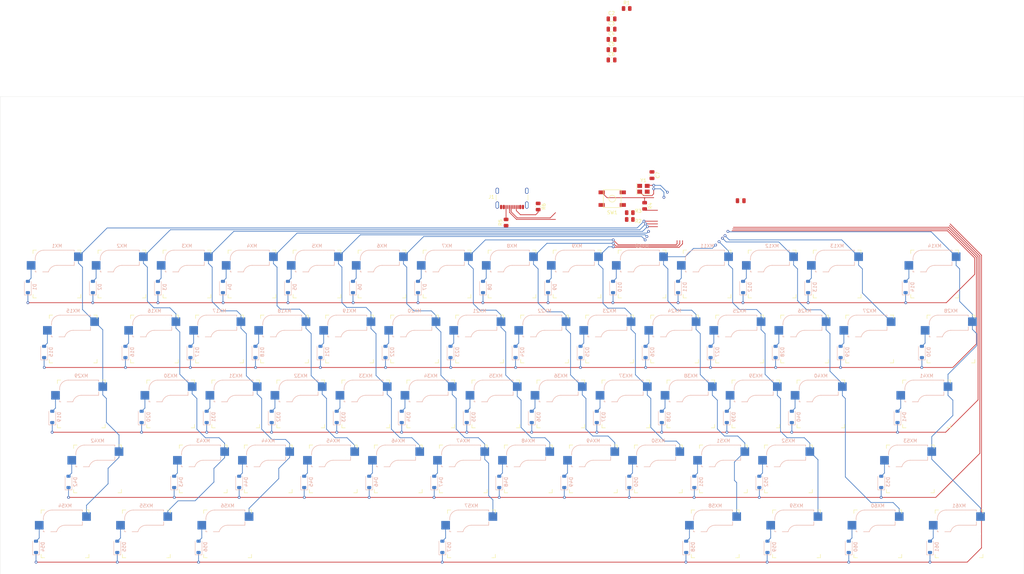
<source format=kicad_pcb>
(kicad_pcb (version 20240108) (generator "pcbnew") (generator_version "8.0")
  (layers (0 "F.Cu" signal) (31 "B.Cu" signal) (34 "B.Paste" user) (35 "F.Paste" user) (36 "B.SilkS" user "B.Silkscreen") (37 "F.SilkS" user "F.Silkscreen") (38 "B.Mask" user) (39 "F.Mask" user) (44 "Edge.Cuts" user))
  (net 0 "")
  (net 1 "Net-(U1-UCAP)")
  (net 2 "GND")
  (net 3 "+5V")
  (net 4 "Net-(U1-XTAL1)")
  (net 5 "Net-(U1-XTAL2)")
  (net 6 "ROW0")
  (net 7 "Net-(D1-A)")
  (net 8 "Net-(D2-A)")
  (net 9 "Net-(D3-A)")
  (net 10 "Net-(D4-A)")
  (net 11 "Net-(D5-A)")
  (net 12 "Net-(D6-A)")
  (net 13 "Net-(D7-A)")
  (net 14 "Net-(D8-A)")
  (net 15 "Net-(D9-A)")
  (net 16 "Net-(D10-A)")
  (net 17 "Net-(D11-A)")
  (net 18 "Net-(D12-A)")
  (net 19 "Net-(D13-A)")
  (net 20 "Net-(D14-A)")
  (net 21 "ROW1")
  (net 22 "Net-(D15-A)")
  (net 23 "Net-(D16-A)")
  (net 24 "Net-(D17-A)")
  (net 25 "Net-(D18-A)")
  (net 26 "Net-(D19-A)")
  (net 27 "ROW2")
  (net 28 "Net-(D20-A)")
  (net 29 "Net-(D21-A)")
  (net 30 "Net-(D22-A)")
  (net 31 "Net-(D23-A)")
  (net 32 "Net-(D24-A)")
  (net 33 "Net-(D25-A)")
  (net 34 "Net-(D26-A)")
  (net 35 "Net-(D27-A)")
  (net 36 "Net-(D28-A)")
  (net 37 "Net-(D29-A)")
  (net 38 "Net-(D30-A)")
  (net 39 "Net-(D31-A)")
  (net 40 "Net-(D32-A)")
  (net 41 "Net-(D33-A)")
  (net 42 "Net-(D34-A)")
  (net 43 "Net-(D35-A)")
  (net 44 "Net-(D36-A)")
  (net 45 "Net-(D37-A)")
  (net 46 "Net-(D38-A)")
  (net 47 "Net-(D39-A)")
  (net 48 "Net-(D40-A)")
  (net 49 "Net-(D41-A)")
  (net 50 "Net-(D42-A)")
  (net 51 "ROW3")
  (net 52 "Net-(D43-A)")
  (net 53 "Net-(D44-A)")
  (net 54 "Net-(D45-A)")
  (net 55 "Net-(D46-A)")
  (net 56 "Net-(D47-A)")
  (net 57 "Net-(D48-A)")
  (net 58 "Net-(D49-A)")
  (net 59 "Net-(D50-A)")
  (net 60 "Net-(D51-A)")
  (net 61 "Net-(D52-A)")
  (net 62 "Net-(D53-A)")
  (net 63 "Net-(D54-A)")
  (net 64 "Net-(D55-A)")
  (net 65 "Net-(D56-A)")
  (net 66 "ROW4")
  (net 67 "Net-(D57-A)")
  (net 68 "Net-(D58-A)")
  (net 69 "Net-(D59-A)")
  (net 70 "Net-(D60-A)")
  (net 71 "Net-(J1-CC1)")
  (net 72 "D-")
  (net 73 "D+")
  (net 74 "Net-(J1-CC2)")
  (net 77 "COL0")
  (net 78 "COL1")
  (net 79 "COL2")
  (net 80 "COL3")
  (net 81 "COL4")
  (net 82 "COL5")
  (net 83 "COL6")
  (net 84 "COL7")
  (net 85 "COL8")
  (net 86 "COL9")
  (net 87 "COL10")
  (net 88 "COL11")
  (net 89 "COL12")
  (net 90 "COL13")
  (net 91 "Net-(U1-~{HWB}{slash}PE2)")
  (net 92 "Net-(U1-D+)")
  (net 93 "Net-(U1-D-)")
  (net 94 "Net-(U1-~{RESET})")
  (net 95 "Net-(D61-A)")
  (footprint "Resistor_SMD:R_0805_2012Metric" (layer "F.Cu") (at 240.85 111 -90)
    (property "Reference" "R4")
    (property "Value" "10k")
  )
  (footprint "Capacitor_SMD:C_0805_2012Metric" (layer "F.Cu") (at 231.15 62.2)
    (property "Reference" "C4")
    (property "Value" "0.1uF")
  )
  (footprint "keyswitches.pretty-master:Kailh_socket_MX" (layer "F.Cu") (at 187.7125 188.15)
    (property "Reference" "MX47")
    (property "Value" "MX-NoLED")
  )
  (footprint "keyswitches.pretty-master:Kailh_socket_MX" (layer "F.Cu") (at 221.05 131)
    (property "Reference" "MX9")
    (property "Value" "MX-NoLED")
  )
  (footprint "Resistor_SMD:R_0805_2012Metric" (layer "F.Cu") (at 200.25 115.9 90)
    (property "Reference" "R5")
    (property "Value" "5.11k")
  )
  (footprint "keyswitches.pretty-master:Kailh_socket_MX" (layer "F.Cu") (at 154.375 150.05)
    (property "Reference" "MX19")
    (property "Value" "MX-NoLED")
  )
  (footprint "keyswitches.pretty-master:Kailh_socket_MX" (layer "F.Cu") (at 249.625 150.05)
    (property "Reference" "MX24")
    (property "Value" "MX-NoLED")
  )
  (footprint "keyswitches.pretty-master:Kailh_socket_MX" (layer "F.Cu") (at 135.325 150.05)
    (property "Reference" "MX18")
    (property "Value" "MX-NoLED")
  )
  (footprint "keyswitches.pretty-master:Kailh_socket_MX" (layer "F.Cu") (at 125.8 131)
    (property "Reference" "MX4")
    (property "Value" "MX-NoLED")
  )
  (footprint "keyswitches.pretty-master:Kailh_socket_MX" (layer "F.Cu") (at 216.2875 169.1)
    (property "Reference" "MX36")
    (property "Value" "MX-NoLED")
  )
  (footprint "keyswitches.pretty-master:Kailh_socket_MX" (layer "F.Cu") (at 68.65 131)
    (property "Reference" "MX1")
    (property "Value" "MX-NoLED")
  )
  (footprint "keyswitches.pretty-master:Kailh_socket_MX" (layer "F.Cu") (at 106.75 131)
    (property "Reference" "MX3")
    (property "Value" "MX-NoLED")
  )
  (footprint "keyswitches.pretty-master:Kailh_socket_MX" (layer "F.Cu") (at 263.9125 188.15)
    (property "Reference" "MX51")
    (property "Value" "MX-NoLED")
  )
  (footprint "keyswitches.pretty-master:Kailh_socket_MX" (layer "F.Cu") (at 292.4875 169.1)
    (property "Reference" "MX40")
    (property "Value" "MX-NoLED")
  )
  (footprint "keyswitches.pretty-master:Kailh_socket_MX" (layer "F.Cu") (at 130.5625 188.15)
    (property "Reference" "MX44")
    (property "Value" "MX-NoLED")
  )
  (footprint "keyswitches.pretty-master:Kailh_socket_MX" (layer "F.Cu") (at 285.34375 207.2)
    (property "Reference" "MX59")
    (property "Value" "MX-NoLED")
  )
  (footprint "keyswitches.pretty-master:Kailh_socket_MX" (layer "F.Cu") (at 190.09375 207.2)
    (property "Reference" "MX57")
    (property "Value" "MX-NoLED")
  )
  (footprint "keyswitches.pretty-master:Kailh_socket_MX" (layer "F.Cu") (at 261.53125 207.2)
    (property "Reference" "MX58")
    (property "Value" "MX-NoLED")
  )
  (footprint "Capacitor_SMD:C_0805_2012Metric" (layer "F.Cu") (at 231.15 56.18)
    (property "Reference" "C2")
    (property "Value" "0.1uF")
  )
  (footprint "keyswitches.pretty-master:Kailh_socket_MX" (layer "F.Cu") (at 118.65625 207.2)
    (property "Reference" "MX56")
    (property "Value" "MX-NoLED")
  )
  (footprint "Capacitor_SMD:C_0805_2012Metric" (layer "F.Cu") (at 231.15 68.22)
    (property "Reference" "C6")
    (property "Value" "22pF")
  )
  (footprint "keyswitches.pretty-master:Kailh_socket_MX" (layer "F.Cu") (at 206.7625 188.15)
    (property "Reference" "MX48")
    (property "Value" "MX-NoLED")
  )
  (footprint "keyswitches.pretty-master:Kailh_socket_MX" (layer "F.Cu") (at 163.9 131)
    (property "Reference" "MX6")
    (property "Value" "MX-NoLED")
  )
  (footprint "keyswitches.pretty-master:Kailh_socket_MX" (layer "F.Cu") (at 192.475 150.05)
    (property "Reference" "MX21")
    (property "Value" "MX-NoLED")
  )
  (footprint "Connector_USB:USB_C_Receptacle_GCT_USB4105-xx-A_16P_TopMnt_Horizontal" (layer "F.Cu") (at 202 107.67 180)
    (property "Reference" "J1")
    (property "Value" "USB_C_Receptacle_USB2.0_16P")
  )
  (footprint "keyswitches.pretty-master:Kailh_socket_MX" (layer "F.Cu") (at 97.225 150.05)
    (property "Reference" "MX16")
    (property "Value" "MX-NoLED")
  )
  (footprint "keyswitches.pretty-master:Kailh_socket_MX" (layer "F.Cu") (at 254.3875 169.1)
    (property "Reference" "MX38")
    (property "Value" "MX-NoLED")
  )
  (footprint "random-keyboard-parts.pretty-master:SKQG-1155865" (layer "F.Cu") (at 231.35 108.9)
    (property "Reference" "SW1")
    (property "Value" "SW_Push")
  )
  (footprint "keyswitches.pretty-master:Kailh_socket_MX" (layer "F.Cu") (at 173.425 150.05)
    (property "Reference" "MX20")
    (property "Value" "MX-NoLED")
  )
  (footprint "keyswitches.pretty-master:Kailh_socket_MX" (layer "F.Cu") (at 87.7 131)
    (property "Reference" "MX2")
    (property "Value" "MX-NoLED")
  )
  (footprint "keyswitches.pretty-master:Kailh_socket_MX" (layer "F.Cu") (at 73.4125 150.05)
    (property "Reference" "MX15")
    (property "Value" "MX-NoLED")
  )
  (footprint "keyswitches.pretty-master:Kailh_socket_MX" (layer "F.Cu") (at 80.55625 188.15)
    (property "Reference" "MX42")
    (property "Value" "MX-NoLED")
  )
  (footprint "keyswitches.pretty-master:Kailh_socket_MX" (layer "F.Cu") (at 235.3375 169.1)
    (property "Reference" "MX37")
    (property "Value" "MX-NoLED")
  )
  (footprint "keyswitches.pretty-master:Kailh_socket_MX" (layer "F.Cu") (at 71.03125 207.2)
    (property "Reference" "MX54")
    (property "Value" "MX-NoLED")
  )
  (footprint "keyswitches.pretty-master:Kailh_socket_MX" (layer "F.Cu") (at 318.68125 188.15)
    (property "Reference" "MX53")
    (property "Value" "MX-NoLED")
  )
  (footprint "keyswitches.pretty-master:Kailh_socket_MX" (layer "F.Cu") (at 225.8125 188.15)
    (property "Reference" "MX49")
    (property "Value" "MX-NoLED")
  )
  (footprint "keyswitches.pretty-master:Kailh_socket_MX" (layer "F.Cu") (at 149.6125 188.15)
    (property "Reference" "MX45")
    (property "Value" "MX-NoLED")
  )
  (footprint "keyswitches.pretty-master:Kailh_socket_MX" (layer "F.Cu") (at 211.525 150.05)
    (property "Reference" "MX22")
    (property "Value" "MX-NoLED")
  )
  (footprint "Resistor_SMD:R_0805_2012Metric" (layer "F.Cu") (at 236.5 115)
    (property "Reference" "R2")
    (property "Value" "22")
  )
  (footprint "keyswitches.pretty-master:Kailh_socket_MX" (layer "F.Cu") (at 244.8625 188.15)
    (property "Reference" "MX50")
    (property "Value" "MX-NoLED")
  )
  (footprint "keyswitches.pretty-master:Kailh_socket_MX" (layer "F.Cu") (at 144.85 131)
    (property "Reference" "MX5")
    (property "Value" "MX-NoLED")
  )
  (footprint "keyswitches.pretty-master:Kailh_socket_MX" (layer "F.Cu") (at 325.825 131)
    (property "Reference" "MX14")
    (property "Value" "MX-NoLED")
  )
  (footprint "keyswitches.pretty-master:Kailh_socket_MX" (layer "F.Cu") (at 182.95 131)
    (property "Reference" "MX7")
    (property "Value" "MX-NoLED")
  )
  (footprint "keyswitches.pretty-master:Kailh_socket_MX" (layer "F.Cu") (at 259.15 131)
    (property "Reference" "MX11")
    (property "Value" "MX-NoLED")
  )
  (footprint "keyswitches.pretty-master:Kailh_socket_MX" (layer "F.Cu") (at 111.5125 188.15)
    (property "Reference" "MX43")
    (property "Value" "MX-NoLED")
  )
  (footprint "Capacitor_SMD:C_0805_2012Metric" (layer "F.Cu") (at 231.15 59.19)
    (property "Reference" "C3")
    (property "Value" "0.1uF")
  )
  (footprint "keyswitches.pretty-master:Kailh_socket_MX" (layer "F.Cu") (at 282.9625 188.15)
    (property "Reference" "MX52")
    (property "Value" "MX-NoLED")
  )
  (footprint "Capacitor_SMD:C_0805_2012Metric" (layer "F.Cu") (at 231.15 65.21)
    (property "Reference" "C5")
    (property "Value" "10uF")
  )
  (footprint "keyswitches.pretty-master:Kailh_socket_MX" (layer "F.Cu") (at 121.0375 169.1)
    (property "Reference" "MX31")
    (property "Value" "MX-NoLED")
  )
  (footprint "keyswitches.pretty-master:Kailh_socket_MX" (layer "F.Cu") (at 273.4375 169.1)
    (property "Reference" "MX39")
    (property "Value" "MX-NoLED")
  )
  (footprint "Resistor_SMD:R_0805_2012Metric" (layer "F.Cu") (at 209.65 111.2 -90)
    (property "Reference" "R6")
    (property "Value" "5.11k")
  )
  (footprint "keyswitches.pretty-master:Kailh_socket_MX" (layer "F.Cu") (at 197.2375 169.1)
    (property "Reference" "MX35")
    (property "Value" "MX-NoLED")
  )
  (footprint "keyswitches.pretty-master:Kailh_socket_MX" (layer "F.Cu") (at 159.1375 169.1)
    (property "Reference" "MX33")
    (property "Value" "MX-NoLED")
  )
  (footprint "keyswitches.pretty-master:Kailh_socket_MX" (layer "F.Cu") (at 323.44375 169.1)
    (property "Reference" "MX41")
    (property "Value" "MX-NoLED")
  )
  (footprint "keyswitches.pretty-master:Kailh_socket_MX" (layer "F.Cu") (at 116.275 150.05)
    (property "Reference" "MX17")
    (property "Value" "MX-NoLED")
  )
  (footprint "Resistor_SMD:R_0805_2012Metric" (layer "F.Cu") (at 235.58 53.14)
    (property "Reference" "R1")
    (property "Value" "10k")
  )
  (footprint "keyswitches.pretty-master:Kailh_socket_MX" (layer "F.Cu") (at 268.675 150.05)
    (property "Reference" "MX25")
    (property "Value" "MX-NoLED")
  )
  (footprint "keyswitches.pretty-master:Kailh_socket_MX" (layer "F.Cu") (at 332.96875 207.2)
    (property "Reference" "MX61")
    (property "Value" "MX-NoLED")
  )
  (footprint "Resistor_SMD:R_0805_2012Metric" (layer "F.Cu") (at 236.5 113)
    (property "Reference" "R3")
    (property "Value" "22")
  )
  (footprint "keyswitches.pretty-master:Kailh_socket_MX" (layer "F.Cu") (at 202 131)
    (property "Reference" "MX8")
    (property "Value" "MX-NoLED")
  )
  (footprint "keyswitches.pretty-master:Kailh_socket_MX" (layer "F.Cu") (at 101.9875 169.1)
    (property "Reference" "MX30")
    (property "Value" "MX-NoLED")
  )
  (footprint "keyswitches.pretty-master:Kailh_socket_MX" (layer "F.Cu") (at 75.79375 169.1)
    (property "Reference" "MX29")
    (property "Value" "MX-NoLED")
  )
  (footprint "keyswitches.pretty-master:Kailh_socket_MX" (layer "F.Cu") (at 140.0875 169.1)
    (property "Reference" "MX32")
    (property "Value" "MX-NoLED")
  )
  (footprint "Capacitor_SMD:C_0805_2012Metric" (layer "F.Cu") (at 243 102 -90)
    (property "Reference" "C7")
    (property "Value" "22pF")
  )
  (footprint "keyswitches.pretty-master:Kailh_socket_MX" (layer "F.Cu") (at 240.1 131)
    (property "Reference" "MX10")
    (property "Value" "MX-NoLED")
  )
  (footprint "keyswitches.pretty-master:Kailh_socket_MX" (layer "F.Cu") (at 287.725 150.05)
    (property "Reference" "MX26")
    (property "Value" "MX-NoLED")
  )
  (footprint "keyswitches.pretty-master:Kailh_socket_MX" (layer "F.Cu") (at 309.15625 207.2)
    (property "Reference" "MX60")
    (property "Value" "MX-NoLED")
  )
  (footprint "keyswitches.pretty-master:Kailh_socket_MX" (layer "F.Cu") (at 306.775 150.05)
    (property "Reference" "MX27")
    (property "Value" "MX-NoLED")
  )
  (footprint "Crystal:Crystal_SMD_3225-4Pin_3.2x2.5mm" (layer "F.Cu") (at 240.5 106)
    (property "Reference" "Y1")
    (property "Value" "16MHz")
  )
  (footprint "keyswitches.pretty-master:Kailh_socket_MX" (layer "F.Cu") (at 94.84375 207.2)
    (property "Reference" "MX55")
    (property "Value" "MX-NoLED")
  )
  (footprint "Capacitor_SMD:C_0805_2012Metric" (layer "F.Cu") (at 269 109.5)
    (property "Reference" "C1" (hide yes))
    (property "Value" "1uF")
  )
  (footprint "keyswitches.pretty-master:Kailh_socket_MX" (layer "F.Cu") (at 297.25 131)
    (property "Reference" "MX13")
    (property "Value" "MX-NoLED")
  )
  (footprint "keyswitches.pretty-master:Kailh_socket_MX" (layer "F.Cu") (at 278.2 131)
    (property "Reference" "MX12")
    (property "Value" "MX-NoLED")
  )
  (footprint "keyswitches.pretty-master:Kailh_socket_MX" (layer "F.Cu") (at 168.6625 188.15)
    (property "Reference" "MX46")
    (property "Value" "MX-NoLED")
  )
  (footprint "keyswitches.pretty-master:Kailh_socket_MX" (layer "F.Cu") (at 230.575 150.05)
    (property "Reference" "MX23")
    (property "Value" "MX-NoLED")
  )
  (footprint "keyswitches.pretty-master:Kailh_socket_MX" (layer "F.Cu") (at 178.1875 169.1)
    (property "Reference" "MX34")
    (property "Value" "MX-NoLED")
  )
  (footprint "keyswitches.pretty-master:Kailh_socket_MX" (layer "F.Cu") (at 330.5875 150.05)
    (property "Reference" "MX28")
    (property "Value" "MX-NoLED")
  )
  (footprint "Diode_SMD:D_SOD-123" (layer "B.Cu") (at 269.69375 134.8 90)
    (property "Reference" "D12")
    (property "Value" "SOD-123")
  )
  (footprint "Diode_SMD:D_SOD-123" (layer "B.Cu") (at 64.90625 153.85 90)
    (property "Reference" "D15")
    (property "Value" "SOD-123")
  )
  (footprint "Diode_SMD:D_SOD-123" (layer "B.Cu") (at 193.49375 134.8 90)
    (property "Reference" "D8")
    (property "Value" "SOD-123")
  )
  (footprint "Diode_SMD:D_SOD-123" (layer "B.Cu") (at 103.00625 191.95 90)
    (property "Reference" "D43")
    (property "Value" "SOD-123")
  )
  (footprint "Diode_SMD:D_SOD-123" (layer "B.Cu") (at 212.54375 134.8 90)
    (property "Reference" "D9")
    (property "Value" "SOD-123")
  )
  (footprint "Diode_SMD:D_SOD-123" (layer "B.Cu") (at 255.40625 191.95 90)
    (property "Reference" "D51")
    (property "Value" "SOD-123")
  )
  (footprint "Diode_SMD:D_SOD-123" (layer "B.Cu") (at 264.93125 172.9 90)
    (property "Reference" "D39")
    (property "Value" "SOD-123")
  )
  (footprint "Diode_SMD:D_SOD-123" (layer "B.Cu") (at 112.53125 172.9 90)
    (property "Reference" "D31")
    (property "Value" "SOD-123")
  )
  (footprint "Diode_SMD:D_SOD-123" (layer "B.Cu") (at 203.01875 153.85 90)
    (property "Reference" "D24")
    (property "Value" "SOD-123")
  )
  (footprint "Diode_SMD:D_SOD-123" (layer "B.Cu") (at 67.2875 172.9 90)
    (property "Reference" "D19")
    (property "Value" "SOD-123")
  )
  (footprint "Diode_SMD:D_SOD-123" (layer "B.Cu") (at 300.65 211 90)
    (property "Reference" "D60")
    (property "Value" "SOD-123")
  )
  (footprint "Diode_SMD:D_SOD-123" (layer "B.Cu") (at 79.19375 134.8 90)
    (property "Reference" "D2")
    (property "Value" "SOD-123")
  )
  (footprint "Diode_SMD:D_SOD-123" (layer "B.Cu") (at 183.96875 153.85 90)
    (property "Reference" "D23")
    (property "Value" "SOD-123")
  )
  (footprint "Diode_SMD:D_SOD-123" (layer "B.Cu") (at 150.63125 172.9 90)
    (property "Reference" "D33")
    (property "Value" "SOD-123")
  )
  (footprint "Diode_SMD:D_SOD-123" (layer "B.Cu") (at 253.025 211 90)
    (property "Reference" "D58")
    (property "Value" "SOD-123")
  )
  (footprint "Diode_SMD:D_SOD-123" (layer "B.Cu") (at 288.74375 134.8 90)
    (property "Reference" "D13")
    (property "Value" "SOD-123")
  )
  (footprint "Diode_SMD:D_SOD-123" (layer "B.Cu") (at 283.98125 172.9 90)
    (property "Reference" "D40")
    (property "Value" "SOD-123")
  )
  (footprint "Diode_SMD:D_SOD-123" (layer "B.Cu") (at 117.29375 134.8 90)
    (property "Reference" "D4")
    (property "Value" "SOD-123")
  )
  (footprint "Diode_SMD:D_SOD-123" (layer "B.Cu") (at 241.11875 153.85 90)
    (property "Reference" "D26")
    (property "Value" "SOD-123")
  )
  (footprint "Diode_SMD:D_SOD-123" (layer "B.Cu") (at 122.05625 191.95 90)
    (property "Reference" "D44")
    (property "Value" "SOD-123")
  )
  (footprint "Diode_SMD:D_SOD-123" (layer "B.Cu") (at 226.83125 172.9 90)
    (property "Reference" "D37")
    (property "Value" "SOD-123")
  )
  (footprint "Diode_SMD:D_SOD-123" (layer "B.Cu") (at 164.91875 153.85 90)
    (property "Reference" "D22")
    (property "Value" "SOD-123")
  )
  (footprint "Diode_SMD:D_SOD-123" (layer "B.Cu") (at 98.24375 134.8 90)
    (property "Reference" "D3")
    (property "Value" "SOD-123")
  )
  (footprint "Diode_SMD:D_SOD-123" (layer "B.Cu") (at 62.525 211 90)
    (property "Reference" "D54")
    (property "Value" "SOD-123")
  )
  (footprint "Diode_SMD:D_SOD-123" (layer "B.Cu") (at 324.4625 211 90)
    (property "Reference" "D61")
    (property "Value" "SOD-123")
  )
  (footprint "Diode_SMD:D_SOD-123" (layer "B.Cu") (at 60.14375 134.8 90)
    (property "Reference" "D1")
    (property "Value" "SOD-123")
  )
  (footprint "Diode_SMD:D_SOD-123" (layer "B.Cu") (at 126.81875 153.85 90)
    (property "Reference" "D18")
    (property "Value" "SOD-123")
  )
  (footprint "Diode_SMD:D_SOD-123" (layer "B.Cu") (at 310.175 191.95 90)
    (property "Reference" "D53")
    (property "Value" "SOD-123")
  )
  (footprint "Diode_SMD:D_SOD-123" (layer "B.Cu") (at 198.25625 191.95 90)
    (property "Reference" "D48")
    (property "Value" "SOD-123")
  )
  (footprint "Diode_SMD:D_SOD-123" (layer "B.Cu") (at 217.30625 191.95 90)
    (property "Reference" "D49")
    (property "Value" "SOD-123")
  )
  (footprint "Diode_SMD:D_SOD-123" (layer "B.Cu") (at 245.88125 172.9 90)
    (property "Reference" "D38")
    (property "Value" "SOD-123")
  )
  (footprint "Diode_SMD:D_SOD-123" (layer "B.Cu") (at 260.16875 153.85 90)
    (property "Reference" "D27")
    (property "Value" "SOD-123")
  )
  (footprint "Diode_SMD:D_SOD-123" (layer "B.Cu") (at 322.08125 153.85 90)
    (property "Reference" "D30")
    (property "Value" "SOD-123")
  )
  (footprint "Diode_SMD:D_SOD-123" (layer "B.Cu") (at 179.20625 191.95 90)
    (property "Reference" "D47")
    (property "Value" "SOD-123")
  )
  (footprint "Diode_SMD:D_SOD-123" (layer "B.Cu") (at 236.35625 191.95 90)
    (property "Reference" "D50")
    (property "Value" "SOD-123")
  )
  (footprint "Diode_SMD:D_SOD-123" (layer "B.Cu") (at 169.68125 172.9 90)
    (property "Reference" "D34")
    (property "Value" "SOD-123")
  )
  (footprint "Diode_SMD:D_SOD-123" (layer "B.Cu") (at 207.78125 172.9 90)
    (property "Reference" "D36")
    (property "Value" "SOD-123")
  )
  (footprint "Diode_SMD:D_SOD-123" (layer "B.Cu") (at 131.58125 172.9 90)
    (property "Reference" "D32")
    (property "Value" "SOD-123")
  )
  (footprint "Diode_SMD:D_SOD-123" (layer "B.Cu") (at 317.31875 134.8 90)
    (property "Reference" "D14")
    (property "Value" "SOD-123")
  )
  (footprint "Diode_SMD:D_SOD-123" (layer "B.Cu") (at 174.44375 134.8 90)
    (property "Reference" "D7")
    (property "Value" "SOD-123")
  )
  (footprint "Diode_SMD:D_SOD-123" (layer "B.Cu") (at 110.15 211 90)
    (property "Reference" "D56")
    (property "Value" "SOD-123")
  )
  (footprint "Diode_SMD:D_SOD-123" (layer "B.Cu") (at 188.73125 172.9 90)
    (property "Reference" "D35")
    (property "Value" "SOD-123")
  )
  (footprint "Diode_SMD:D_SOD-123" (layer "B.Cu") (at 231.59375 134.8 90)
    (property "Reference" "D10")
    (property "Value" "SOD-123")
  )
  (footprint "Diode_SMD:D_SOD-123" (layer "B.Cu") (at 155.39375 134.8 90)
    (property "Reference" "D6")
    (property "Value" "SOD-123")
  )
  (footprint "Diode_SMD:D_SOD-123" (layer "B.Cu") (at 274.45625 191.95 90)
    (property "Reference" "D52")
    (property "Value" "SOD-123")
  )
  (footprint "Diode_SMD:D_SOD-123" (layer "B.Cu") (at 181.5875 211 90)
    (property "Reference" "D57")
    (property "Value" "SOD-123")
  )
  (footprint "Diode_SMD:D_SOD-123" (layer "B.Cu") (at 222.06875 153.85 90)
    (property "Reference" "D25")
    (property "Value" "SOD-123")
  )
  (footprint "Diode_SMD:D_SOD-123" (layer "B.Cu") (at 160.15625 191.95 90)
    (property "Reference" "D46")
    (property "Value" "SOD-123")
  )
  (footprint "Diode_SMD:D_SOD-123" (layer "B.Cu") (at 88.71875 153.85 90)
    (property "Reference" "D16")
    (property "Value" "SOD-123")
  )
  (footprint "Diode_SMD:D_SOD-123" (layer "B.Cu") (at 145.86875 153.85 90)
    (property "Reference" "D21")
    (property "Value" "SOD-123")
  )
  (footprint "Diode_SMD:D_SOD-123" (layer "B.Cu") (at 86.3375 211 90)
    (property "Reference" "D55")
    (property "Value" "SOD-123")
  )
  (footprint "Diode_SMD:D_SOD-123" (layer "B.Cu") (at 276.8375 211 90)
    (property "Reference" "D59")
    (property "Value" "SOD-123")
  )
  (footprint "Diode_SMD:D_SOD-123" (layer "B.Cu") (at 107.76875 153.85 90)
    (property "Reference" "D17")
    (property "Value" "SOD-123")
  )
  (footprint "Diode_SMD:D_SOD-123" (layer "B.Cu") (at 250.64375 134.8 90)
    (property "Reference" "D11")
    (property "Value" "SOD-123")
  )
  (footprint "Diode_SMD:D_SOD-123" (layer "B.Cu") (at 93.48125 172.9 90)
    (property "Reference" "D20")
    (property "Value" "SOD-123")
  )
  (footprint "Diode_SMD:D_SOD-123" (layer "B.Cu") (at 279.21875 153.85 90)
    (property "Reference" "D28")
    (property "Value" "SOD-123")
  )
  (footprint "Diode_SMD:D_SOD-123" (layer "B.Cu") (at 314.9375 172.9 90)
    (property "Reference" "D41")
    (property "Value" "SOD-123")
  )
  (footprint "Diode_SMD:D_SOD-123" (layer "B.Cu") (at 72.05 191.95 90)
    (property "Reference" "D42")
    (property "Value" "SOD-123")
  )
  (footprint "Diode_SMD:D_SOD-123" (layer "B.Cu") (at 298.26875 153.85 90)
    (property "Reference" "D29")
    (property "Value" "SOD-123")
  )
  (footprint "Diode_SMD:D_SOD-123" (layer "B.Cu") (at 136.34375 134.8 90)
    (property "Reference" "D5")
    (property "Value" "SOD-123")
  )
  (footprint "Diode_SMD:D_SOD-123" (layer "B.Cu") (at 141.10625 191.95 90)
    (property "Reference" "D45")
    (property "Value" "SOD-123")
  )
  (gr_rect (start 52 79) (end 352 219) (stroke (width 0.05)) (fill none) (layer "Edge.Cuts"))
  (segment (start 240.85 111.9125) (end 241.2375 112.3) (width 0.2) (layer "F.Cu") (net 3))
  (segment (start 241.2375 112.3) (end 244.65 112.3) (width 0.2) (layer "F.Cu") (net 3))
  (segment (start 243.5 106) (end 243.5 107.5) (width 0.2) (layer "F.Cu") (net 4))
  (segment (start 243 108) (end 240.55 108) (width 0.2) (layer "F.Cu") (net 4))
  (segment (start 240.55 108) (end 239.4 106.85) (width 0.2) (layer "F.Cu") (net 4))
  (segment (start 243.5 107.5) (end 243 108) (width 0.2) (layer "F.Cu") (net 4))
  (via (at 243.5 106) (size 0.8) (drill 0.4) (layers "F.Cu" "B.Cu") (net 4))
  (via (at 246.5 108.5) (size 0.8) (drill 0.4) (layers "F.Cu" "B.Cu") (net 4))
  (segment (start 245.5 106) (end 243.5 106) (width 0.2) (layer "B.Cu") (net 4))
  (segment (start 246.5 107) (end 245.5 106) (width 0.2) (layer "B.Cu") (net 4))
  (segment (start 246.5 108.5) (end 246.5 107) (width 0.2) (layer "B.Cu") (net 4))
  (segment (start 243.5 105) (end 241.75 105) (width 0.2) (layer "F.Cu") (net 5))
  (segment (start 241.75 105) (end 241.6 105.15) (width 0.2) (layer "F.Cu") (net 5))
  (via (at 243.5 105) (size 0.8) (drill 0.4) (layers "F.Cu" "B.Cu") (net 5))
  (via (at 247.5 107) (size 0.8) (drill 0.4) (layers "F.Cu" "B.Cu") (net 5))
  (segment (start 247.5 107) (end 245.5 105) (width 0.2) (layer "B.Cu") (net 5))
  (segment (start 245.5 105) (end 243.5 105) (width 0.2) (layer "B.Cu") (net 5))
  (segment (start 317.35 139.4) (end 60.15 139.4) (width 0.2) (layer "F.Cu") (net 6))
  (segment (start 337.55 131.1) (end 337.55 126.3) (width 0.2) (layer "F.Cu") (net 6))
  (segment (start 329.25 139.4) (end 337.55 131.1) (width 0.2) (layer "F.Cu") (net 6))
  (segment (start 317.35 139.4) (end 329.25 139.4) (width 0.2) (layer "F.Cu") (net 6))
  (segment (start 329.55 118.3) (end 266.45 118.3) (width 0.2) (layer "F.Cu") (net 6))
  (segment (start 337.55 126.3) (end 329.55 118.3) (width 0.2) (layer "F.Cu") (net 6))
  (via (at 155.45 139.4) (size 0.8) (drill 0.4) (layers "F.Cu" "B.Cu") (net 6))
  (via (at 212.55 139.4) (size 0.8) (drill 0.4) (layers "F.Cu" "B.Cu") (net 6))
  (via (at 98.25 139.4) (size 0.8) (drill 0.4) (layers "F.Cu" "B.Cu") (net 6))
  (via (at 269.65 139.4) (size 0.8) (drill 0.4) (layers "F.Cu" "B.Cu") (net 6))
  (via (at 117.35 139.4) (size 0.8) (drill 0.4) (layers "F.Cu" "B.Cu") (net 6))
  (via (at 250.65 139.4) (size 0.8) (drill 0.4) (layers "F.Cu" "B.Cu") (net 6))
  (via (at 317.35 139.4) (size 0.8) (drill 0.4) (layers "F.Cu" "B.Cu") (net 6))
  (via (at 136.35 139.4) (size 0.8) (drill 0.4) (layers "F.Cu" "B.Cu") (net 6))
  (via (at 193.45 139.4) (size 0.8) (drill 0.4) (layers "F.Cu" "B.Cu") (net 6))
  (via (at 231.55 139.4) (size 0.8) (drill 0.4) (layers "F.Cu" "B.Cu") (net 6))
  (via (at 288.75 139.4) (size 0.8) (drill 0.4) (layers "F.Cu" "B.Cu") (net 6))
  (via (at 174.45 139.4) (size 0.8) (drill 0.4) (layers "F.Cu" "B.Cu") (net 6))
  (via (at 79.15 139.4) (size 0.8) (drill 0.4) (layers "F.Cu" "B.Cu") (net 6))
  (via (at 60.15 139.4) (size 0.8) (drill 0.4) (layers "F.Cu" "B.Cu") (net 6))
  (segment (start 317.35 139.4) (end 317.31875 139.36875) (width 0.2) (layer "B.Cu") (net 6))
  (segment (start 174.45 139.4) (end 174.45 139.3) (width 0.2) (layer "B.Cu") (net 6))
  (segment (start 79.19375 139.25625) (end 79.19375 136.45) (width 0.2) (layer "B.Cu") (net 6))
  (segment (start 250.65 139.4) (end 250.64375 139.39375) (width 0.2) (layer "B.Cu") (net 6))
  (segment (start 60.14375 139.19375) (end 60.15 139.4) (width 0.2) (layer "B.Cu") (net 6))
  (segment (start 212.54375 139.39375) (end 212.55 139.4) (width 0.2) (layer "B.Cu") (net 6))
  (segment (start 155.39375 139.34375) (end 155.39375 136.45) (width 0.2) (layer "B.Cu") (net 6))
  (segment (start 60.15 139.4) (end 60.15 139.2) (width 0.2) (layer "B.Cu") (net 6))
  (segment (start 317.31875 139.36875) (end 317.31875 136.45) (width 0.2) (layer "B.Cu") (net 6))
  (segment (start 174.44375 139.29375) (end 174.44375 136.45) (width 0.2) (layer "B.Cu") (net 6))
  (segment (start 231.55 139.4) (end 231.59375 139.35625) (width 0.2) (layer "B.Cu") (net 6))
  (segment (start 155.45 139.4) (end 155.39375 139.34375) (width 0.2) (layer "B.Cu") (net 6))
  (segment (start 98.24375 138.99375) (end 98.24375 136.45) (width 0.2) (layer "B.Cu") (net 6))
  (segment (start 79.15 139.3) (end 79.19375 139.25625) (width 0.2) (layer "B.Cu") (net 6))
  (segment (start 288.74375 139.39375) (end 288.74375 136.45) (width 0.2) (layer "B.Cu") (net 6))
  (segment (start 269.69375 139.35625) (end 269.69375 136.45) (width 0.2) (layer "B.Cu") (net 6))
  (segment (start 136.34375 139.39375) (end 136.34375 136.45) (width 0.2) (layer "B.Cu") (net 6))
  (segment (start 79.15 139.4) (end 79.15 139.3) (width 0.2) (layer "B.Cu") (net 6))
  (segment (start 250.64375 139.39375) (end 250.64375 136.45) (width 0.2) (layer "B.Cu") (net 6))
  (segment (start 60.14375 136.45) (end 60.14375 139.19375) (width 0.2) (layer "B.Cu") (net 6))
  (segment (start 98.25 139) (end 98.24375 138.99375) (width 0.2) (layer "B.Cu") (net 6))
  (segment (start 136.35 139.4) (end 136.34375 139.39375) (width 0.2) (layer "B.Cu") (net 6))
  (segment (start 117.29375 139.34375) (end 117.29375 136.45) (width 0.2) (layer "B.Cu") (net 6))
  (segment (start 174.45 139.3) (end 174.44375 139.29375) (width 0.2) (layer "B.Cu") (net 6))
  (segment (start 193.45 139.4) (end 193.49375 139.35625) (width 0.2) (layer "B.Cu") (net 6))
  (segment (start 212.54375 136.45) (end 212.54375 139.39375) (width 0.2) (layer "B.Cu") (net 6))
  (segment (start 231.59375 139.35625) (end 231.59375 136.45) (width 0.2) (layer "B.Cu") (net 6))
  (segment (start 117.35 139.4) (end 117.29375 139.34375) (width 0.2) (layer "B.Cu") (net 6))
  (segment (start 193.49375 139.35625) (end 193.49375 136.45) (width 0.2) (layer "B.Cu") (net 6))
  (segment (start 288.75 139.4) (end 288.74375 139.39375) (width 0.2) (layer "B.Cu") (net 6))
  (segment (start 98.25 139.4) (end 98.25 139) (width 0.2) (layer "B.Cu") (net 6))
  (segment (start 269.65 139.4) (end 269.69375 139.35625) (width 0.2) (layer "B.Cu") (net 6))
  (segment (start 61.09 132.20375) (end 60.14375 133.15) (width 0.2) (layer "B.Cu") (net 7))
  (segment (start 61.09 128.46) (end 61.09 132.20375) (width 0.2) (layer "B.Cu") (net 7))
  (segment (start 80.14 128.46) (end 80.14 132.20375) (width 0.2) (layer "B.Cu") (net 8))
  (segment (start 80.14 132.20375) (end 79.19375 133.15) (width 0.2) (layer "B.Cu") (net 8))
  (segment (start 99.19 132.20375) (end 98.24375 133.15) (width 0.2) (layer "B.Cu") (net 9))
  (segment (start 99.19 128.46) (end 99.19 132.20375) (width 0.2) (layer "B.Cu") (net 9))
  (segment (start 118.24 132.20375) (end 117.29375 133.15) (width 0.2) (layer "B.Cu") (net 10))
  (segment (start 118.24 128.46) (end 118.24 132.20375) (width 0.2) (layer "B.Cu") (net 10))
  (segment (start 137.29 128.46) (end 137.29 132.20375) (width 0.2) (layer "B.Cu") (net 11))
  (segment (start 137.29 132.20375) (end 136.34375 133.15) (width 0.2) (layer "B.Cu") (net 11))
  (segment (start 156.34 128.46) (end 156.34 132.20375) (width 0.2) (layer "B.Cu") (net 12))
  (segment (start 156.34 132.20375) (end 155.39375 133.15) (width 0.2) (layer "B.Cu") (net 12))
  (segment (start 175.39 128.46) (end 175.39 132.20375) (width 0.2) (layer "B.Cu") (net 13))
  (segment (start 175.39 132.20375) (end 174.44375 133.15) (width 0.2) (layer "B.Cu") (net 13))
  (segment (start 194.44 132.20375) (end 193.49375 133.15) (width 0.2) (layer "B.Cu") (net 14))
  (segment (start 194.44 128.46) (end 194.44 132.20375) (width 0.2) (layer "B.Cu") (net 14))
  (segment (start 213.49 128.46) (end 213.49 132.20375) (width 0.2) (layer "B.Cu") (net 15))
  (segment (start 213.49 132.20375) (end 212.54375 133.15) (width 0.2) (layer "B.Cu") (net 15))
  (segment (start 232.54 132.20375) (end 231.59375 133.15) (width 0.2) (layer "B.Cu") (net 16))
  (segment (start 232.54 128.46) (end 232.54 132.20375) (width 0.2) (layer "B.Cu") (net 16))
  (segment (start 251.59 128.46) (end 251.59 132.20375) (width 0.2) (layer "B.Cu") (net 17))
  (segment (start 251.59 132.20375) (end 250.64375 133.15) (width 0.2) (layer "B.Cu") (net 17))
  (segment (start 270.64 132.20375) (end 269.69375 133.15) (width 0.2) (layer "B.Cu") (net 18))
  (segment (start 270.64 128.46) (end 270.64 132.20375) (width 0.2) (layer "B.Cu") (net 18))
  (segment (start 289.69 128.46) (end 289.69 132.20375) (width 0.2) (layer "B.Cu") (net 19))
  (segment (start 289.69 132.20375) (end 288.74375 133.15) (width 0.2) (layer "B.Cu") (net 19))
  (segment (start 318.265 128.46) (end 318.265 132.20375) (width 0.2) (layer "B.Cu") (net 20))
  (segment (start 318.265 132.20375) (end 317.31875 133.15) (width 0.2) (layer "B.Cu") (net 20))
  (segment (start 64.95 158.4) (end 322.05 158.4) (width 0.2) (layer "F.Cu") (net 21))
  (segment (start 329.75 117.8) (end 266.65 117.8) (width 0.2) (layer "F.Cu") (net 21))
  (segment (start 338.05 126.1) (end 329.75 117.8) (width 0.2) (layer "F.Cu") (net 21))
  (segment (start 338.05 151.5) (end 338.05 126.1) (width 0.2) (layer "F.Cu") (net 21))
  (segment (start 331.15 158.4) (end 338.05 151.5) (width 0.2) (layer "F.Cu") (net 21))
  (segment (start 322.05 158.4) (end 331.15 158.4) (width 0.2) (layer "F.Cu") (net 21))
  (via (at 164.95 158.4) (size 0.8) (drill 0.4) (layers "F.Cu" "B.Cu") (net 21))
  (via (at 184.05 158.4) (size 0.8) (drill 0.4) (layers "F.Cu" "B.Cu") (net 21))
  (via (at 107.75 158.4) (size 0.8) (drill 0.4) (layers "F.Cu" "B.Cu") (net 21))
  (via (at 322.05 158.4) (size 0.8) (drill 0.4) (layers "F.Cu" "B.Cu") (net 21))
  (via (at 260.15 158.4) (size 0.8) (drill 0.4) (layers "F.Cu" "B.Cu") (net 21))
  (via (at 222.05 158.4) (size 0.8) (drill 0.4) (layers "F.Cu" "B.Cu") (net 21))
  (via (at 145.85 158.4) (size 0.8) (drill 0.4) (layers "F.Cu" "B.Cu") (net 21))
  (via (at 203.05 158.4) (size 0.8) (drill 0.4) (layers "F.Cu" "B.Cu") (net 21))
  (via (at 126.85 158.4) (size 0.8) (drill 0.4) (layers "F.Cu" "B.Cu") (net 21))
  (via (at 279.25 158.4) (size 0.8) (drill 0.4) (layers "F.Cu" "B.Cu") (net 21))
  (via (at 88.75 158.4) (size 0.8) (drill 0.4) (layers "F.Cu" "B.Cu") (net 21))
  (via (at 298.25 158.4) (size 0.8) (drill 0.4) (layers "F.Cu" "B.Cu") (net 21))
  (via (at 241.15 158.4) (size 0.8) (drill 0.4) (layers "F.Cu" "B.Cu") (net 21))
  (via (at 64.95 158.4) (size 0.8) (drill 0.4) (layers "F.Cu" "B.Cu") (net 21))
  (segment (start 64.90625 158.35625) (end 64.90625 155.5) (width 0.2) (layer "B.Cu") (net 21))
  (segment (start 279.21875 158.36875) (end 279.21875 155.5) (width 0.2) (layer "B.Cu") (net 21))
  (segment (start 222.06875 158.28125) (end 222.06875 155.5) (width 0.2) (layer "B.Cu") (net 21))
  (segment (start 241.15 158.4) (end 241.11875 158.36875) (width 0.2) (layer "B.Cu") (net 21))
  (segment (start 88.71875 158.36875) (end 88.71875 155.5) (width 0.2) (layer "B.Cu") (net 21))
  (segment (start 260.16875 158.38125) (end 260.16875 155.5) (width 0.2) (layer "B.Cu") (net 21))
  (segment (start 322.05 158.4) (end 322.08125 158.36875) (width 0.2) (layer "B.Cu") (net 21))
  (segment (start 164.91875 158.36875) (end 164.91875 155.5) (width 0.2) (layer "B.Cu") (net 21))
  (segment (start 64.95 158.4) (end 64.90625 158.35625) (width 0.2) (layer "B.Cu") (net 21))
  (segment (start 184.05 158.4) (end 183.96875 158.31875) (width 0.2) (layer "B.Cu") (net 21))
  (segment (start 145.86875 158.28125) (end 145.86875 155.5) (width 0.2) (layer "B.Cu") (net 21))
  (segment (start 279.25 158.4) (end 279.21875 158.36875) (width 0.2) (layer "B.Cu") (net 21))
  (segment (start 203.01875 158.36875) (end 203.01875 155.5) (width 0.2) (layer "B.Cu") (net 21))
  (segment (start 222.05 158.3) (end 222.06875 158.28125) (width 0.2) (layer "B.Cu") (net 21))
  (segment (start 126.85 158.4) (end 126.81875 158.36875) (width 0.2) (layer "B.Cu") (net 21))
  (segment (start 260.15 158.4) (end 260.16875 158.38125) (width 0.2) (layer "B.Cu") (net 21))
  (segment (start 145.85 158.4) (end 145.85 158.3) (width 0.2) (layer "B.Cu") (net 21))
  (segment (start 126.81875 158.36875) (end 126.81875 155.5) (width 0.2) (layer "B.Cu") (net 21))
  (segment (start 241.11875 158.36875) (end 241.11875 155.5) (width 0.2) (layer "B.Cu") (net 21))
  (segment (start 88.75 158.4) (end 88.71875 158.36875) (width 0.2) (layer "B.Cu") (net 21))
  (segment (start 164.95 158.4) (end 164.91875 158.36875) (width 0.2) (layer "B.Cu") (net 21))
  (segment (start 203.05 158.4) (end 203.01875 158.36875) (width 0.2) (layer "B.Cu") (net 21))
  (segment (start 222.05 158.4) (end 222.05 158.3) (width 0.2) (layer "B.Cu") (net 21))
  (segment (start 298.26875 158.38125) (end 298.26875 155.5) (width 0.2) (layer "B.Cu") (net 21))
  (segment (start 322.08125 158.36875) (end 322.08125 155.5) (width 0.2) (layer "B.Cu") (net 21))
  (segment (start 107.75 158.4) (end 107.76875 158.38125) (width 0.2) (layer "B.Cu") (net 21))
  (segment (start 183.96875 158.31875) (end 183.96875 155.5) (width 0.2) (layer "B.Cu") (net 21))
  (segment (start 298.25 158.4) (end 298.26875 158.38125) (width 0.2) (layer "B.Cu") (net 21))
  (segment (start 107.76875 158.38125) (end 107.76875 155.5) (width 0.2) (layer "B.Cu") (net 21))
  (segment (start 145.85 158.3) (end 145.86875 158.28125) (width 0.2) (layer "B.Cu") (net 21))
  (segment (start 65.8525 151.25375) (end 64.90625 152.2) (width 0.2) (layer "B.Cu") (net 22))
  (segment (start 65.8525 147.51) (end 65.8525 151.25375) (width 0.2) (layer "B.Cu") (net 22))
  (segment (start 89.665 147.51) (end 89.665 151.25375) (width 0.2) (layer "B.Cu") (net 23))
  (segment (start 89.665 151.25375) (end 88.71875 152.2) (width 0.2) (layer "B.Cu") (net 23))
  (segment (start 108.715 151.25375) (end 107.76875 152.2) (width 0.2) (layer "B.Cu") (net 24))
  (segment (start 108.715 147.51) (end 108.715 151.25375) (width 0.2) (layer "B.Cu") (net 24))
  (segment (start 127.765 147.51) (end 127.765 151.25375) (width 0.2) (layer "B.Cu") (net 25))
  (segment (start 127.765 151.25375) (end 126.81875 152.2) (width 0.2) (layer "B.Cu") (net 25))
  (segment (start 68.23375 170.30375) (end 67.2875 171.25) (width 0.2) (layer "B.Cu") (net 26))
  (segment (start 68.23375 166.56) (end 68.23375 170.30375) (width 0.2) (layer "B.Cu") (net 26))
  (segment (start 338.55 125.9) (end 329.95 117.3) (width 0.2) (layer "F.Cu") (net 27))
  (segment (start 329.05 177.4) (end 338.55 167.9) (width 0.2) (layer "F.Cu") (net 27))
  (segment (start 329.95 117.3) (end 266.85 117.3) (width 0.2) (layer "F.Cu") (net 27))
  (segment (start 314.95 177.4) (end 329.05 177.4) (width 0.2) (layer "F.Cu") (net 27))
  (segment (start 67.25 177.4) (end 314.95 177.4) (width 0.2) (layer "F.Cu") (net 27))
  (segment (start 338.55 167.9) (end 338.55 125.9) (width 0.2) (layer "F.Cu") (net 27))
  (via (at 226.85 177.4) (size 0.8) (drill 0.4) (layers "F.Cu" "B.Cu") (net 27))
  (via (at 131.55 177.4) (size 0.8) (drill 0.4) (layers "F.Cu" "B.Cu") (net 27))
  (via (at 93.45 177.4) (size 0.8) (drill 0.4) (layers "F.Cu" "B.Cu") (net 27))
  (via (at 169.65 177.4) (size 0.8) (drill 0.4) (layers "F.Cu" "B.Cu") (net 27))
  (via (at 314.95 177.4) (size 0.8) (drill 0.4) (layers "F.Cu" "B.Cu") (net 27))
  (via (at 188.75 177.4) (size 0.8) (drill 0.4) (layers "F.Cu" "B.Cu") (net 27))
  (via (at 245.85 177.4) (size 0.8) (drill 0.4) (layers "F.Cu" "B.Cu") (net 27))
  (via (at 150.65 177.4) (size 0.8) (drill 0.4) (layers "F.Cu" "B.Cu") (net 27))
  (via (at 283.95 177.4) (size 0.8) (drill 0.4) (layers "F.Cu" "B.Cu") (net 27))
  (via (at 112.55 177.4) (size 0.8) (drill 0.4) (layers "F.Cu" "B.Cu") (net 27))
  (via (at 207.75 177.4) (size 0.8) (drill 0.4) (layers "F.Cu" "B.Cu") (net 27))
  (via (at 264.95 177.4) (size 0.8) (drill 0.4) (layers "F.Cu" "B.Cu") (net 27))
  (via (at 67.25 177.4) (size 0.8) (drill 0.4) (layers "F.Cu" "B.Cu") (net 27))
  (segment (start 264.93125 177.38125) (end 264.93125 174.55) (width 0.2) (layer "B.Cu") (net 27))
  (segment (start 93.48125 177.36875) (end 93.48125 174.55) (width 0.2) (layer "B.Cu") (net 27))
  (segment (start 112.55 177.4) (end 112.53125 177.38125) (width 0.2) (layer "B.Cu") (net 27))
  (segment (start 245.88125 177.36875) (end 245.88125 174.55) (width 0.2) (layer "B.Cu") (net 27))
  (segment (start 283.95 177.4) (end 283.98125 177.36875) (width 0.2) (layer "B.Cu") (net 27))
  (segment (start 226.85 177.4) (end 226.83125 177.38125) (width 0.2) (layer "B.Cu") (net 27))
  (segment (start 67.25 177.4) (end 67.35 177.4) (width 0.2) (layer "B.Cu") (net 27))
  (segment (start 207.78125 177.36875) (end 207.78125 174.55) (width 0.2) (layer "B.Cu") (net 27))
  (segment (start 188.75 177.4) (end 188.73125 177.38125) (width 0.2) (layer "B.Cu") (net 27))
  (segment (start 314.95 177.4) (end 314.9375 177.3875) (width 0.2) (layer "B.Cu") (net 27))
  (segment (start 67.25 177.3) (end 67.25 177.4) (width 0.2) (layer "B.Cu") (net 27))
  (segment (start 150.63125 177.38125) (end 150.63125 174.55) (width 0.2) (layer "B.Cu") (net 27))
  (segment (start 169.68125 177.36875) (end 169.68125 174.55) (width 0.2) (layer "B.Cu") (net 27))
  (segment (start 226.83125 177.38125) (end 226.83125 174.55) (width 0.2) (layer "B.Cu") (net 27))
  (segment (start 207.75 177.4) (end 207.78125 177.36875) (width 0.2) (layer "B.Cu") (net 27))
  (segment (start 314.9375 177.3875) (end 314.9375 174.55) (width 0.2) (layer "B.Cu") (net 27))
  (segment (start 67.35 177.4) (end 67.35 177.4) (width 0.2) (layer "B.Cu") (net 27))
  (segment (start 188.73125 177.38125) (end 188.73125 174.55) (width 0.2) (layer "B.Cu") (net 27))
  (segment (start 169.65 177.4) (end 169.68125 177.36875) (width 0.2) (layer "B.Cu") (net 27))
  (segment (start 131.55 177.4) (end 131.58125 177.36875) (width 0.2) (layer "B.Cu") (net 27))
  (segment (start 112.53125 177.38125) (end 112.53125 174.55) (width 0.2) (layer "B.Cu") (net 27))
  (segment (start 67.2875 177.3375) (end 67.25 177.3) (width 0.2) (layer "B.Cu") (net 27))
  (segment (start 67.2875 174.55) (end 67.2875 177.3375) (width 0.2) (layer "B.Cu") (net 27))
  (segment (start 93.45 177.4) (end 93.48125 177.36875) (width 0.2) (layer "B.Cu") (net 27))
  (segment (start 245.85 177.4) (end 245.88125 177.36875) (width 0.2) (layer "B.Cu") (net 27))
  (segment (start 283.98125 177.36875) (end 283.98125 174.55) (width 0.2) (layer "B.Cu") (net 27))
  (segment (start 264.95 177.4) (end 264.93125 177.38125) (width 0.2) (layer "B.Cu") (net 27))
  (segment (start 150.65 177.4) (end 150.63125 177.38125) (width 0.2) (layer "B.Cu") (net 27))
  (segment (start 131.58125 177.36875) (end 131.58125 174.55) (width 0.2) (layer "B.Cu") (net 27))
  (segment (start 94.4275 166.56) (end 94.4275 170.30375) (width 0.2) (layer "B.Cu") (net 28))
  (segment (start 94.4275 170.30375) (end 93.48125 171.25) (width 0.2) (layer "B.Cu") (net 28))
  (segment (start 146.815 151.25375) (end 145.86875 152.2) (width 0.2) (layer "B.Cu") (net 29))
  (segment (start 146.815 147.51) (end 146.815 151.25375) (width 0.2) (layer "B.Cu") (net 29))
  (segment (start 165.865 147.51) (end 165.865 151.25375) (width 0.2) (layer "B.Cu") (net 30))
  (segment (start 165.865 151.25375) (end 164.91875 152.2) (width 0.2) (layer "B.Cu") (net 30))
  (segment (start 184.915 151.25375) (end 183.96875 152.2) (width 0.2) (layer "B.Cu") (net 31))
  (segment (start 184.915 147.51) (end 184.915 151.25375) (width 0.2) (layer "B.Cu") (net 31))
  (segment (start 203.965 147.51) (end 203.965 151.25375) (width 0.2) (layer "B.Cu") (net 32))
  (segment (start 203.965 151.25375) (end 203.01875 152.2) (width 0.2) (layer "B.Cu") (net 32))
  (segment (start 223.015 147.51) (end 223.015 151.25375) (width 0.2) (layer "B.Cu") (net 33))
  (segment (start 223.015 151.25375) (end 222.06875 152.2) (width 0.2) (layer "B.Cu") (net 33))
  (segment (start 242.065 147.51) (end 242.065 151.25375) (width 0.2) (layer "B.Cu") (net 34))
  (segment (start 242.065 151.25375) (end 241.11875 152.2) (width 0.2) (layer "B.Cu") (net 34))
  (segment (start 261.115 151.25375) (end 260.16875 152.2) (width 0.2) (layer "B.Cu") (net 35))
  (segment (start 261.115 147.51) (end 261.115 151.25375) (width 0.2) (layer "B.Cu") (net 35))
  (segment (start 280.165 151.25375) (end 279.21875 152.2) (width 0.2) (layer "B.Cu") (net 36))
  (segment (start 280.165 147.51) (end 280.165 151.25375) (width 0.2) (layer "B.Cu") (net 36))
  (segment (start 299.215 151.25375) (end 298.26875 152.2) (width 0.2) (layer "B.Cu") (net 37))
  (segment (start 299.215 147.51) (end 299.215 151.25375) (width 0.2) (layer "B.Cu") (net 37))
  (segment (start 323.0275 151.25375) (end 322.08125 152.2) (width 0.2) (layer "B.Cu") (net 38))
  (segment (start 323.0275 147.51) (end 323.0275 151.25375) (width 0.2) (layer "B.Cu") (net 38))
  (segment (start 113.4775 166.56) (end 113.4775 170.30375) (width 0.2) (layer "B.Cu") (net 39))
  (segment (start 113.4775 170.30375) (end 112.53125 171.25) (width 0.2) (layer "B.Cu") (net 39))
  (segment (start 132.5275 170.30375) (end 131.58125 171.25) (width 0.2) (layer "B.Cu") (net 40))
  (segment (start 132.5275 166.56) (end 132.5275 170.30375) (width 0.2) (layer "B.Cu") (net 40))
  (segment (start 151.5775 170.30375) (end 150.63125 171.25) (width 0.2) (layer "B.Cu") (net 41))
  (segment (start 151.5775 166.56) (end 151.5775 170.30375) (width 0.2) (layer "B.Cu") (net 41))
  (segment (start 170.6275 166.56) (end 170.6275 170.30375) (width 0.2) (layer "B.Cu") (net 42))
  (segment (start 170.6275 170.30375) (end 169.68125 171.25) (width 0.2) (layer "B.Cu") (net 42))
  (segment (start 189.6775 170.30375) (end 188.73125 171.25) (width 0.2) (layer "B.Cu") (net 43))
  (segment (start 189.6775 166.56) (end 189.6775 170.30375) (width 0.2) (layer "B.Cu") (net 43))
  (segment (start 208.7275 170.30375) (end 207.78125 171.25) (width 0.2) (layer "B.Cu") (net 44))
  (segment (start 208.7275 166.56) (end 208.7275 170.30375) (width 0.2) (layer "B.Cu") (net 44))
  (segment (start 227.7775 170.30375) (end 226.83125 171.25) (width 0.2) (layer "B.Cu") (net 45))
  (segment (start 227.7775 166.56) (end 227.7775 170.30375) (width 0.2) (layer "B.Cu") (net 45))
  (segment (start 246.8275 166.56) (end 246.8275 170.30375) (width 0.2) (layer "B.Cu") (net 46))
  (segment (start 246.8275 170.30375) (end 245.88125 171.25) (width 0.2) (layer "B.Cu") (net 46))
  (segment (start 265.8775 166.56) (end 265.8775 170.30375) (width 0.2) (layer "B.Cu") (net 47))
  (segment (start 265.8775 170.30375) (end 264.93125 171.25) (width 0.2) (layer "B.Cu") (net 47))
  (segment (start 284.9275 166.56) (end 284.9275 170.30375) (width 0.2) (layer "B.Cu") (net 48))
  (segment (start 284.9275 170.30375) (end 283.98125 171.25) (width 0.2) (layer "B.Cu") (net 48))
  (segment (start 315.88375 170.30375) (end 314.9375 171.25) (width 0.2) (layer "B.Cu") (net 49))
  (segment (start 315.88375 166.56) (end 315.88375 170.30375) (width 0.2) (layer "B.Cu") (net 49))
  (segment (start 72.99625 189.35375) (end 72.05 190.3) (width 0.2) (layer "B.Cu") (net 50))
  (segment (start 72.99625 185.61) (end 72.99625 189.35375) (width 0.2) (layer "B.Cu") (net 50))
  (segment (start 310.15 196.5) (end 326.15 196.5) (width 0.2) (layer "F.Cu") (net 51))
  (segment (start 339.05 183.6) (end 339.05 125.7) (width 0.2) (layer "F.Cu") (net 51))
  (segment (start 310.15 196.5) (end 72.05 196.5) (width 0.2) (layer "F.Cu") (net 51))
  (segment (start 339.05 125.7) (end 330.15 116.8) (width 0.2) (layer "F.Cu") (net 51))
  (segment (start 326.15 196.5) (end 339.05 183.6) (width 0.2) (layer "F.Cu") (net 51))
  (via (at 103.05 196.5) (size 0.8) (drill 0.4) (layers "F.Cu" "B.Cu") (net 51))
  (via (at 141.15 196.5) (size 0.8) (drill 0.4) (layers "F.Cu" "B.Cu") (net 51))
  (via (at 122.05 196.5) (size 0.8) (drill 0.4) (layers "F.Cu" "B.Cu") (net 51))
  (via (at 255.35 196.5) (size 0.8) (drill 0.4) (layers "F.Cu" "B.Cu") (net 51))
  (via (at 179.15 196.5) (size 0.8) (drill 0.4) (layers "F.Cu" "B.Cu") (net 51))
  (via (at 236.35 196.5) (size 0.8) (drill 0.4) (layers "F.Cu" "B.Cu") (net 51))
  (via (at 217.35 196.5) (size 0.8) (drill 0.4) (layers "F.Cu" "B.Cu") (net 51))
  (via (at 198.25 196.5) (size 0.8) (drill 0.4) (layers "F.Cu" "B.Cu") (net 51))
  (via (at 160.15 196.5) (size 0.8) (drill 0.4) (layers "F.Cu" "B.Cu") (net 51))
  (via (at 72.05 196.5) (size 0.8) (drill 0.4) (layers "F.Cu" "B.Cu") (net 51))
  (via (at 310.15 196.5) (size 0.8) (drill 0.4) (layers "F.Cu" "B.Cu") (net 51))
  (via (at 274.45 196.5) (size 0.8) (drill 0.4) (layers "F.Cu" "B.Cu") (net 51))
  (segment (start 198.25 196.5) (end 198.25 195.8) (width 0.2) (layer "B.Cu") (net 51))
  (segment (start 179.15 196.5) (end 179.20625 196.44375) (width 0.2) (layer "B.Cu") (net 51))
  (segment (start 179.20625 196.44375) (end 179.20625 193.6) (width 0.2) (layer "B.Cu") (net 51))
  (segment (start 310.1625 193.65) (end 310.15 196.5) (width 0.2) (layer "B.Cu") (net 51))
  (segment (start 122.05625 196.49375) (end 122.05625 193.6) (width 0.2) (layer "B.Cu") (net 51))
  (segment (start 274.45625 196.49375) (end 274.45625 193.6) (width 0.2) (layer "B.Cu") (net 51))
  (segment (start 198.25 195.8) (end 198.25625 195.79375) (width 0.2) (layer "B.Cu") (net 51))
  (segment (start 198.25625 195.79375) (end 198.25625 193.6) (width 0.2) (layer "B.Cu") (net 51))
  (segment (start 141.10625 196.45625) (end 141.10625 193.6) (width 0.2) (layer "B.Cu") (net 51))
  (segment (start 236.35625 196.49375) (end 236.35625 193.6) (width 0.2) (layer "B.Cu") (net 51))
  (segment (start 236.35 196.5) (end 236.35625 196.49375) (width 0.2) (layer "B.Cu") (net 51))
  (segment (start 122.05 196.5) (end 122.05625 196.49375) (width 0.2) (layer "B.Cu") (net 51))
  (segment (start 72.05 196.5) (end 72.05 193.6) (width 0.2) (layer "B.Cu") (net 51))
  (segment (start 160.15 196.5) (end 160.15625 196.49375) (width 0.2) (layer "B.Cu") (net 51))
  (segment (start 103.00625 196.44375) (end 103.00625 193.6) (width 0.2) (layer "B.Cu") (net 51))
  (segment (start 217.30625 196.45625) (end 217.30625 193.6) (width 0.2) (layer "B.Cu") (net 51))
  (segment (start 274.45 196.5) (end 274.45625 196.49375) (width 0.2) (layer "B.Cu") (net 51))
  (segment (start 255.35 196.5) (end 255.40625 196.44375) (width 0.2) (layer "B.Cu") (net 51))
  (segment (start 217.35 196.5) (end 217.30625 196.45625) (width 0.2) (layer "B.Cu") (net 51))
  (segment (start 160.15625 196.49375) (end 160.15625 193.6) (width 0.2) (layer "B.Cu") (net 51))
  (segment (start 102.95 196.5) (end 103.00625 196.44375) (width 0.2) (layer "B.Cu") (net 51))
  (segment (start 255.40625 196.44375) (end 255.40625 193.6) (width 0.2) (layer "B.Cu") (net 51))
  (segment (start 141.15 196.5) (end 141.10625 196.45625) (width 0.2) (layer "B.Cu") (net 51))
  (segment (start 103.9525 185.61) (end 103.9525 189.35375) (width 0.2) (layer "B.Cu") (net 52))
  (segment (start 103.9525 189.35375) (end 103.00625 190.3) (width 0.2) (layer "B.Cu") (net 52))
  (segment (start 123.0025 189.35375) (end 122.05625 190.3) (width 0.2) (layer "B.Cu") (net 53))
  (segment (start 123.0025 185.61) (end 123.0025 189.35375) (width 0.2) (layer "B.Cu") (net 53))
  (segment (start 142.0525 189.35375) (end 141.10625 190.3) (width 0.2) (layer "B.Cu") (net 54))
  (segment (start 142.0525 185.61) (end 142.0525 189.35375) (width 0.2) (layer "B.Cu") (net 54))
  (segment (start 161.1025 185.61) (end 161.1025 189.35375) (width 0.2) (layer "B.Cu") (net 55))
  (segment (start 161.1025 189.35375) (end 160.15625 190.3) (width 0.2) (layer "B.Cu") (net 55))
  (segment (start 180.1525 185.61) (end 180.1525 189.35375) (width 0.2) (layer "B.Cu") (net 56))
  (segment (start 180.1525 189.35375) (end 179.20625 190.3) (width 0.2) (layer "B.Cu") (net 56))
  (segment (start 199.2025 185.61) (end 199.2025 189.35375) (width 0.2) (layer "B.Cu") (net 57))
  (segment (start 199.2025 189.35375) (end 198.25625 190.3) (width 0.2) (layer "B.Cu") (net 57))
  (segment (start 218.2525 185.61) (end 218.2525 189.35375) (width 0.2) (layer "B.Cu") (net 58))
  (segment (start 218.2525 189.35375) (end 217.30625 190.3) (width 0.2) (layer "B.Cu") (net 58))
  (segment (start 237.3025 189.35375) (end 236.35625 190.3) (width 0.2) (layer "B.Cu") (net 59))
  (segment (start 237.3025 185.61) (end 237.3025 189.35375) (width 0.2) (layer "B.Cu") (net 59))
  (segment (start 256.3525 185.61) (end 256.3525 189.35375) (width 0.2) (layer "B.Cu") (net 60))
  (segment (start 256.3525 189.35375) (end 255.40625 190.3) (width 0.2) (layer "B.Cu") (net 60))
  (segment (start 275.4025 189.35375) (end 274.45625 190.3) (width 0.2) (layer "B.Cu") (net 61))
  (segment (start 275.4025 185.61) (end 275.4025 189.35375) (width 0.2) (layer "B.Cu") (net 61))
  (segment (start 311.12125 189.35375) (end 310.175 190.3) (width 0.2) (layer "B.Cu") (net 62))
  (segment (start 311.12125 185.61) (end 311.12125 189.35375) (width 0.2) (layer "B.Cu") (net 62))
  (segment (start 63.47125 208.40375) (end 62.525 209.35) (width 0.2) (layer "B.Cu") (net 63))
  (segment (start 63.47125 204.66) (end 63.47125 208.40375) (width 0.2) (layer "B.Cu") (net 63))
  (segment (start 87.28375 208.40375) (end 86.3375 209.35) (width 0.2) (layer "B.Cu") (net 64))
  (segment (start 87.28375 204.66) (end 87.28375 208.40375) (width 0.2) (layer "B.Cu") (net 64))
  (segment (start 111.09625 208.40375) (end 110.15 209.35) (width 0.2) (layer "B.Cu") (net 65))
  (segment (start 111.09625 204.66) (end 111.09625 208.40375) (width 0.2) (layer "B.Cu") (net 65))
  (segment (start 339.55 211.3) (end 339.55 125.5) (width 0.2) (layer "F.Cu") (net 66))
  (segment (start 62.55 215.5) (end 324.45 215.5) (width 0.2) (layer "F.Cu") (net 66))
  (segment (start 339.55 125.5) (end 330.35 116.3) (width 0.2) (layer "F.Cu") (net 66))
  (segment (start 324.45 215.5) (end 335.35 215.5) (width 0.2) (layer "F.Cu") (net 66))
  (segment (start 335.35 215.5) (end 339.55 211.3) (width 0.2) (layer "F.Cu") (net 66))
  (via (at 86.35 215.5) (size 0.8) (drill 0.4) (layers "F.Cu" "B.Cu") (net 66))
  (via (at 276.75 215.5) (size 0.8) (drill 0.4) (layers "F.Cu" "B.Cu") (net 66))
  (via (at 324.45 215.5) (size 0.8) (drill 0.4) (layers "F.Cu" "B.Cu") (net 66))
  (via (at 62.55 215.5) (size 0.8) (drill 0.4) (layers "F.Cu" "B.Cu") (net 66))
  (via (at 110.15 215.5) (size 0.8) (drill 0.4) (layers "F.Cu" "B.Cu") (net 66))
  (via (at 252.95 215.5) (size 0.8) (drill 0.4) (layers "F.Cu" "B.Cu") (net 66))
  (via (at 300.65 215.5) (size 0.8) (drill 0.4) (layers "F.Cu" "B.Cu") (net 66))
  (via (at 181.55 215.5) (size 0.8) (drill 0.4) (layers "F.Cu" "B.Cu") (net 66))
  (segment (start 276.7625 212.65) (end 276.75 215.5) (width 0.2) (layer "B.Cu") (net 66))
  (segment (start 110.15 215.5) (end 110.15 212.65) (width 0.2) (layer "B.Cu") (net 66))
  (segment (start 324.45 215.5) (end 324.4625 215.3125) (width 0.2) (layer "B.Cu") (net 66))
  (segment (start 62.55 215.5) (end 62.525 215.475) (width 0.2) (layer "B.Cu") (net 66))
  (segment (start 62.525 215.475) (end 62.525 212.65) (width 0.2) (layer "B.Cu") (net 66))
  (segment (start 300.6625 212.65) (end 300.6625 215.4875) (width 0.2) (layer "B.Cu") (net 66))
  (segment (start 181.65 215.5) (end 181.5875 215.4375) (width 0.2) (layer "B.Cu") (net 66))
  (segment (start 86.35 215.5) (end 86.3375 215.4875) (width 0.2) (layer "B.Cu") (net 66))
  (segment (start 300.6625 215.4875) (end 300.65 215.5) (width 0.2) (layer "B.Cu") (net 66))
  (segment (start 252.9625 212.65) (end 252.95 215.5) (width 0.2) (layer "B.Cu") (net 66))
  (segment (start 181.5875 215.4375) (end 181.5875 212.65) (width 0.2) (layer "B.Cu") (net 66))
  (segment (start 86.3375 215.4875) (end 86.3375 212.65) (width 0.2) (layer "B.Cu") (net 66))
  (segment (start 324.4625 212.65) (end 324.45 215.5) (width 0.2) (layer "B.Cu") (net 66))
  (segment (start 182.53375 208.40375) (end 181.5875 209.35) (width 0.2) (layer "B.Cu") (net 67))
  (segment (start 182.53375 204.66) (end 182.53375 208.40375) (width 0.2) (layer "B.Cu") (net 67))
  (segment (start 253.97125 208.40375) (end 253.025 209.35) (width 0.2) (layer "B.Cu") (net 68))
  (segment (start 253.97125 204.66) (end 253.97125 208.40375) (width 0.2) (layer "B.Cu") (net 68))
  (segment (start 277.78375 208.40375) (end 276.8375 209.35) (width 0.2) (layer "B.Cu") (net 69))
  (segment (start 277.78375 204.66) (end 277.78375 208.40375) (width 0.2) (layer "B.Cu") (net 69))
  (segment (start 301.59625 204.66) (end 301.59625 208.40375) (width 0.2) (layer "B.Cu") (net 70))
  (segment (start 301.59625 208.40375) (end 300.65 209.35) (width 0.2) (layer "B.Cu") (net 70))
  (segment (start 209.65 112.1125) (end 209.65 112.9) (width 0.2) (layer "F.Cu") (net 71))
  (segment (start 209.65 112.9) (end 208.95 113.6) (width 0.2) (layer "F.Cu") (net 71))
  (segment (start 203.25 112.4) (end 203.25 111.349999) (width 0.2) (layer "F.Cu") (net 71))
  (segment (start 204.45 113.6) (end 203.25 112.4) (width 0.2) (layer "F.Cu") (net 71))
  (segment (start 208.95 113.6) (end 204.45 113.6) (width 0.2) (layer "F.Cu") (net 71))
  (segment (start 201.725 112.7568) (end 203.518199 114.549999) (width 0.2) (layer "F.Cu") (net 72))
  (segment (start 201.725 112.237501) (end 201.725 112.7568) (width 0.2) (layer "F.Cu") (net 72))
  (segment (start 201.75 111.35) (end 201.75 112.212501) (width 0.2) (layer "F.Cu") (net 72))
  (segment (start 201.75 112.212501) (end 201.725 112.237501) (width 0.2) (layer "F.Cu") (net 72))
  (segment (start 203.518199 114.549999) (end 213.187501 114.549999) (width 0.2) (layer "F.Cu") (net 72))
  (segment (start 213.187501 114.549999) (end 214.7375 113) (width 0.2) (layer "F.Cu") (net 72))
  (segment (start 201.275 112.9432) (end 203.3318 115) (width 0.2) (layer "F.Cu") (net 73))
  (segment (start 203.3318 115) (end 214.7375 115) (width 0.2) (layer "F.Cu") (net 73))
  (segment (start 201.275 112.237501) (end 201.275 112.9432) (width 0.2) (layer "F.Cu") (net 73))
  (segment (start 201.25 111.35) (end 201.25 112.212501) (width 0.2) (layer "F.Cu") (net 73))
  (segment (start 201.25 112.212501) (end 201.275 112.237501) (width 0.2) (layer "F.Cu") (net 73))
  (segment (start 200.25 114.9875) (end 200.25 111.35) (width 0.2) (layer "F.Cu") (net 74))
  (segment (start 244.65 115.5) (end 240.65 115.5) (width 0.2) (layer "F.Cu") (net 77))
  (via (at 240.65 115.5) (size 0.8) (drill 0.4) (layers "F.Cu" "B.Cu") (net 77))
  (segment (start 83.36 117.5) (end 238.65 117.5) (width 0.2) (layer "B.Cu") (net 77))
  (segment (start 74.94 125.92) (end 83.36 117.5) (width 0.2) (layer "B.Cu") (net 77))
  (segment (start 82.08375 147.35125) (end 79.7025 144.97) (width 0.2) (layer "B.Cu") (net 77))
  (segment (start 82.08375 164.02) (end 82.08375 147.35125) (width 0.2) (layer "B.Cu") (net 77))
  (segment (start 86.84625 183.07) (end 86.84625 178.19625) (width 0.2) (layer "B.Cu") (net 77))
  (segment (start 82.08375 166.43375) (end 82.08375 164.02) (width 0.2) (layer "B.Cu") (net 77))
  (segment (start 83.65 187.96896) (end 86.84625 184.77271) (width 0.2) (layer "B.Cu") (net 77))
  (segment (start 77.32125 198.82875) (end 83.65 192.5) (width 0.2) (layer "B.Cu") (net 77))
  (segment (start 86.84625 184.77271) (end 86.84625 183.07) (width 0.2) (layer "B.Cu") (net 77))
  (segment (start 76.15 141.4175) (end 76.15 129) (width 0.2) (layer "B.Cu") (net 77))
  (segment (start 77.32125 202.12) (end 77.32125 198.82875) (width 0.2) (layer "B.Cu") (net 77))
  (segment (start 238.65 117.5) (end 240.65 115.5) (width 0.2) (layer "B.Cu") (net 77))
  (segment (start 83.15 174.5) (end 83.15 167.5) (width 0.2) (layer "B.Cu") (net 77))
  (segment (start 86.84625 178.19625) (end 83.15 174.5) (width 0.2) (layer "B.Cu") (net 77))
  (segment (start 79.7025 144.97) (end 76.15 141.4175) (width 0.2) (layer "B.Cu") (net 77))
  (segment (start 76.15 129) (end 74.94 127.79) (width 0.2) (layer "B.Cu") (net 77))
  (segment (start 83.15 167.5) (end 82.08375 166.43375) (width 0.2) (layer "B.Cu") (net 77))
  (segment (start 74.94 127.79) (end 74.94 125.92) (width 0.2) (layer "B.Cu") (net 77))
  (segment (start 83.65 192.5) (end 83.65 187.96896) (width 0.2) (layer "B.Cu") (net 77))
  (segment (start 244.65 116.3) (end 241.15 116.3) (width 0.2) (layer "F.Cu") (net 78))
  (via (at 241.15 116.3) (size 0.8) (drill 0.4) (layers "F.Cu" "B.Cu") (net 78))
  (segment (start 103.515 144.97) (end 103.515 142.665) (width 0.2) (layer "B.Cu") (net 78))
  (segment (start 93.99 127.84) (end 93.99 125.92) (width 0.2) (layer "B.Cu") (net 78))
  (segment (start 101.13375 200.51625) (end 104.15 197.5) (width 0.2) (layer "B.Cu") (net 78))
  (segment (start 104.15 197.5) (end 109.15 197.5) (width 0.2) (layer "B.Cu") (net 78))
  (segment (start 108.2775 164.02) (end 104.65 160.3925) (width 0.2) (layer "B.Cu") (net 78))
  (segment (start 95.15 129) (end 93.99 127.84) (width 0.2) (layer "B.Cu") (net 78))
  (segment (start 117.8025 183.07) (end 117.8025 180.6525) (width 0.2) (layer "B.Cu") (net 78))
  (segment (start 104.65 148) (end 103.515 146.865) (width 0.2) (layer "B.Cu") (net 78))
  (segment (start 97.05 140.9) (end 95.15 139) (width 0.2) (layer "B.Cu") (net 78))
  (segment (start 101.13375 202.12) (end 101.13375 200.51625) (width 0.2) (layer "B.Cu") (net 78))
  (segment (start 116.15 179) (end 112.15 179) (width 0.2) (layer "B.Cu") (net 78))
  (segment (start 95.15 139) (end 95.15 129) (width 0.2) (layer "B.Cu") (net 78))
  (segment (start 108.2775 166.1275) (end 108.2775 164.02) (width 0.2) (layer "B.Cu") (net 78))
  (segment (start 109.65 176.5) (end 109.65 167.5) (width 0.2) (layer "B.Cu") (net 78))
  (segment (start 104.65 160.3925) (end 104.65 148) (width 0.2) (layer "B.Cu") (net 78))
  (segment (start 117.8025 180.6525) (end 116.15 179) (width 0.2) (layer "B.Cu") (net 78))
  (segment (start 239.45 118) (end 101.91 118) (width 0.2) (layer "B.Cu") (net 78))
  (segment (start 101.91 118) (end 93.99 125.92) (width 0.2) (layer "B.Cu") (net 78))
  (segment (start 241.15 116.3) (end 239.45 118) (width 0.2) (layer "B.Cu") (net 78))
  (segment (start 109.65 167.5) (end 108.2775 166.1275) (width 0.2) (layer "B.Cu") (net 78))
  (segment (start 112.15 179) (end 109.65 176.5) (width 0.2) (layer "B.Cu") (net 78))
  (segment (start 117.8025 184.8475) (end 117.8025 183.07) (width 0.2) (layer "B.Cu") (net 78))
  (segment (start 101.75 140.9) (end 97.05 140.9) (width 0.2) (layer "B.Cu") (net 78))
  (segment (start 103.515 142.665) (end 101.75 140.9) (width 0.2) (layer "B.Cu") (net 78))
  (segment (start 109.15 197.5) (end 114.65 192) (width 0.2) (layer "B.Cu") (net 78))
  (segment (start 103.515 146.865) (end 103.515 144.97) (width 0.2) (layer "B.Cu") (net 78))
  (segment (start 114.65 192) (end 114.65 188) (width 0.2) (layer "B.Cu") (net 78))
  (segment (start 114.65 188) (end 117.8025 184.8475) (width 0.2) (layer "B.Cu") (net 78))
  (segment (start 244.65 117.1) (end 241.65 117.1) (width 0.2) (layer "F.Cu") (net 79))
  (via (at 241.65 117.1) (size 0.8) (drill 0.4) (layers "F.Cu" "B.Cu") (net 79))
  (segment (start 121.35 141.8) (end 116.85 141.8) (width 0.2) (layer "B.Cu") (net 79))
  (segment (start 113.04 127.89) (end 113.04 125.92) (width 0.2) (layer "B.Cu") (net 79))
  (segment (start 136.8525 180.7025) (end 135.65 179.5) (width 0.2) (layer "B.Cu") (net 79))
  (segment (start 127.3275 166.1775) (end 127.3275 164.02) (width 0.2) (layer "B.Cu") (net 79))
  (segment (start 133.65 188) (end 133.65 191) (width 0.2) (layer "B.Cu") (net 79))
  (segment (start 124.15 148.5) (end 122.565 146.915) (width 0.2) (layer "B.Cu") (net 79))
  (segment (start 136.8525 183.07) (end 136.8525 184.7975) (width 0.2) (layer "B.Cu") (net 79))
  (segment (start 136.8525 184.7975) (end 133.65 188) (width 0.2) (layer "B.Cu") (net 79))
  (segment (start 136.8525 183.07) (end 136.8525 180.7025) (width 0.2) (layer "B.Cu") (net 79))
  (segment (start 122.565 143.015) (end 121.35 141.8) (width 0.2) (layer "B.Cu") (net 79))
  (segment (start 240.25 118.5) (end 120.46 118.5) (width 0.2) (layer "B.Cu") (net 79))
  (segment (start 128.65 167.5) (end 127.3275 166.1775) (width 0.2) (layer "B.Cu") (net 79))
  (segment (start 114.15 129) (end 113.04 127.89) (width 0.2) (layer "B.Cu") (net 79))
  (segment (start 127.3275 164.02) (end 124.15 160.8425) (width 0.2) (layer "B.Cu") (net 79))
  (segment (start 133.65 191) (end 124.94625 199.70375) (width 0.2) (layer "B.Cu") (net 79))
  (segment (start 124.15 160.8425) (end 124.15 148.5) (width 0.2) (layer "B.Cu") (net 79))
  (segment (start 120.46 118.5) (end 113.04 125.92) (width 0.2) (layer "B.Cu") (net 79))
  (segment (start 241.65 117.1) (end 240.25 118.5) (width 0.2) (layer "B.Cu") (net 79))
  (segment (start 131.65 179.5) (end 128.65 176.5) (width 0.2) (layer "B.Cu") (net 79))
  (segment (start 135.65 179.5) (end 131.65 179.5) (width 0.2) (layer "B.Cu") (net 79))
  (segment (start 116.85 141.8) (end 114.15 139.1) (width 0.2) (layer "B.Cu") (net 79))
  (segment (start 122.565 146.915) (end 122.565 144.97) (width 0.2) (layer "B.Cu") (net 79))
  (segment (start 128.65 176.5) (end 128.65 167.5) (width 0.2) (layer "B.Cu") (net 79))
  (segment (start 124.94625 199.70375) (end 124.94625 202.12) (width 0.2) (layer "B.Cu") (net 79))
  (segment (start 114.15 139.1) (end 114.15 129) (width 0.2) (layer "B.Cu") (net 79))
  (segment (start 122.565 144.97) (end 122.565 143.015) (width 0.2) (layer "B.Cu") (net 79))
  (via (at 242 118.5) (size 0.8) (drill 0.4) (layers "F.Cu" "B.Cu") (net 80))
  (segment (start 146.3775 164.02) (end 143.15 160.7925) (width 0.2) (layer "B.Cu") (net 80))
  (segment (start 139.75 141.3) (end 134.15 141.3) (width 0.2) (layer "B.Cu") (net 80))
  (segment (start 133.15 140.3) (end 133.15 129) (width 0.2) (layer "B.Cu") (net 80))
  (segment (start 134.15 141.3) (end 133.15 140.3) (width 0.2) (layer "B.Cu") (net 80))
  (segment (start 155.9025 181.2525) (end 153.65 179) (width 0.2) (layer "B.Cu") (net 80))
  (segment (start 150.15 179) (end 147.65 176.5) (width 0.2) (layer "B.Cu") (net 80))
  (segment (start 133.15 129) (end 132.09 127.94) (width 0.2) (layer "B.Cu") (net 80))
  (segment (start 143.15 160.7925) (end 143.15 148.46875) (width 0.2) (layer "B.Cu") (net 80))
  (segment (start 132.09 127.94) (end 132.09 125.92) (width 0.2) (layer "B.Cu") (net 80))
  (segment (start 143.15 148.46875) (end 141.615 146.93375) (width 0.2) (layer "B.Cu") (net 80))
  (segment (start 153.65 179) (end 150.15 179) (width 0.2) (layer "B.Cu") (net 80))
  (segment (start 139.01 119) (end 132.09 125.92) (width 0.2) (layer "B.Cu") (net 80))
  (segment (start 155.9025 183.07) (end 155.9025 181.2525) (width 0.2) (layer "B.Cu") (net 80))
  (segment (start 146.3775 166.2275) (end 146.3775 164.02) (width 0.2) (layer "B.Cu") (net 80))
  (segment (start 141.615 144.97) (end 141.615 143.165) (width 0.2) (layer "B.Cu") (net 80))
  (segment (start 147.65 167.5) (end 146.3775 166.2275) (width 0.2) (layer "B.Cu") (net 80))
  (segment (start 241.5 119) (end 139.01 119) (width 0.2) (layer "B.Cu") (net 80))
  (segment (start 242 118.5) (end 241.5 119) (width 0.2) (layer "B.Cu") (net 80))
  (segment (start 141.615 143.165) (end 139.75 141.3) (width 0.2) (layer "B.Cu") (net 80))
  (segment (start 147.65 176.5) (end 147.65 167.5) (width 0.2) (layer "B.Cu") (net 80))
  (segment (start 141.615 146.93375) (end 141.615 144.97) (width 0.2) (layer "B.Cu") (net 80))
  (via (at 241.5 120) (size 0.8) (drill 0.4) (layers "F.Cu" "B.Cu") (net 81))
  (segment (start 166.65 167.5) (end 165.4275 166.2775) (width 0.2) (layer "B.Cu") (net 81))
  (segment (start 157.56 119.5) (end 151.14 125.92) (width 0.2) (layer "B.Cu") (net 81))
  (segment (start 169.15 179) (end 166.65 176.5) (width 0.2) (layer "B.Cu") (net 81))
  (segment (start 172.65 179) (end 169.15 179) (width 0.2) (layer "B.Cu") (net 81))
  (segment (start 162.15 160.7425) (end 162.15 148.5) (width 0.2) (layer "B.Cu") (net 81))
  (segment (start 162.15 148.5) (end 160.665 147.015) (width 0.2) (layer "B.Cu") (net 81))
  (segment (start 241.5 120) (end 241 119.5) (width 0.2) (layer "B.Cu") (net 81))
  (segment (start 165.4275 164.02) (end 162.15 160.7425) (width 0.2) (layer "B.Cu") (net 81))
  (segment (start 174.9525 183.07) (end 174.9525 181.3025) (width 0.2) (layer "B.Cu") (net 81))
  (segment (start 165.4275 166.2775) (end 165.4275 164.02) (width 0.2) (layer "B.Cu") (net 81))
  (segment (start 152.15 139.4) (end 152.15 129) (width 0.2) (layer "B.Cu") (net 81))
  (segment (start 241 119.5) (end 157.56 119.5) (width 0.2) (layer "B.Cu") (net 81))
  (segment (start 160.665 142.215) (end 159.25 140.8) (width 0.2) (layer "B.Cu") (net 81))
  (segment (start 174.9525 181.3025) (end 172.65 179) (width 0.2) (layer "B.Cu") (net 81))
  (segment (start 151.14 127.99) (end 151.14 125.92) (width 0.2) (layer "B.Cu") (net 81))
  (segment (start 160.665 144.97) (end 160.665 142.215) (width 0.2) (layer "B.Cu") (net 81))
  (segment (start 160.665 147.015) (end 160.665 144.97) (width 0.2) (layer "B.Cu") (net 81))
  (segment (start 159.25 140.8) (end 153.55 140.8) (width 0.2) (layer "B.Cu") (net 81))
  (segment (start 166.65 176.5) (end 166.65 167.5) (width 0.2) (layer "B.Cu") (net 81))
  (segment (start 152.15 129) (end 151.14 127.99) (width 0.2) (layer "B.Cu") (net 81))
  (segment (start 153.55 140.8) (end 152.15 139.4) (width 0.2) (layer "B.Cu") (net 81))
  (via (at 241 121) (size 0.8) (drill 0.4) (layers "F.Cu" "B.Cu") (net 82))
  (segment (start 171.15 139.7) (end 171.15 129) (width 0.2) (layer "B.Cu") (net 82))
  (segment (start 195.15 186.5) (end 194.0025 185.3525) (width 0.2) (layer "B.Cu") (net 82))
  (segment (start 170.19 128.04) (end 170.19 125.92) (width 0.2) (layer "B.Cu") (net 82))
  (segment (start 188.15 179) (end 185.65 176.5) (width 0.2) (layer "B.Cu") (net 82))
  (segment (start 185.65 176.5) (end 185.65 167.5) (width 0.2) (layer "B.Cu") (net 82))
  (segment (start 196.38375 202.12) (end 196.38375 197.23375) (width 0.2) (layer "B.Cu") (net 82))
  (segment (start 194.0025 183.07) (end 194.0025 180.8525) (width 0.2) (layer "B.Cu") (net 82))
  (segment (start 176.11 120) (end 170.19 125.92) (width 0.2) (layer "B.Cu") (net 82))
  (segment (start 192.15 179) (end 188.15 179) (width 0.2) (layer "B.Cu") (net 82))
  (segment (start 196.38375 197.23375) (end 195.15 196) (width 0.2) (layer "B.Cu") (net 82))
  (segment (start 181.15 160.6925) (end 181.15 148) (width 0.2) (layer "B.Cu") (net 82))
  (segment (start 195.15 196) (end 195.15 186.5) (width 0.2) (layer "B.Cu") (net 82))
  (segment (start 181.15 148) (end 179.715 146.565) (width 0.2) (layer "B.Cu") (net 82))
  (segment (start 171.15 129) (end 170.19 128.04) (width 0.2) (layer "B.Cu") (net 82))
  (segment (start 179.715 143.165) (end 178.35 141.8) (width 0.2) (layer "B.Cu") (net 82))
  (segment (start 194.0025 185.3525) (end 194.0025 183.07) (width 0.2) (layer "B.Cu") (net 82))
  (segment (start 240 120) (end 176.11 120) (width 0.2) (layer "B.Cu") (net 82))
  (segment (start 179.715 146.565) (end 179.715 144.97) (width 0.2) (layer "B.Cu") (net 82))
  (segment (start 241 121) (end 240 120) (width 0.2) (layer "B.Cu") (net 82))
  (segment (start 194.0025 180.8525) (end 192.15 179) (width 0.2) (layer "B.Cu") (net 82))
  (segment (start 184.4775 164.02) (end 181.15 160.6925) (width 0.2) (layer "B.Cu") (net 82))
  (segment (start 184.4775 166.3275) (end 184.4775 164.02) (width 0.2) (layer "B.Cu") (net 82))
  (segment (start 173.25 141.8) (end 171.15 139.7) (width 0.2) (layer "B.Cu") (net 82))
  (segment (start 179.715 144.97) (end 179.715 143.165) (width 0.2) (layer "B.Cu") (net 82))
  (segment (start 178.35 141.8) (end 173.25 141.8) (width 0.2) (layer "B.Cu") (net 82))
  (segment (start 185.65 167.5) (end 184.4775 166.3275) (width 0.2) (layer "B.Cu") (net 82))
  (segment (start 233.05 122.4) (end 231.65 121) (width 0.2) (layer "F.Cu") (net 83))
  (segment (start 250.35 121.2) (end 250.35 122.15) (width 0.2) (layer "F.Cu") (net 83))
  (segment (start 250.35 122.15) (end 250.1 122.4) (width 0.2) (layer "F.Cu") (net 83))
  (segment (start 250.1 122.4) (end 233.05 122.4) (width 0.2) (layer "F.Cu") (net 83))
  (via (at 231.65 121) (size 0.8) (drill 0.4) (layers "F.Cu" "B.Cu") (net 83))
  (segment (start 203.5275 164.02) (end 200.15 160.6425) (width 0.2) (layer "B.Cu") (net 83))
  (segment (start 207.65 179) (end 204.65 176) (width 0.2) (layer "B.Cu") (net 83))
  (segment (start 198.765 144.97) (end 198.765 143.015) (width 0.2) (layer "B.Cu") (net 83))
  (segment (start 197.35 141.6) (end 192.55 141.6) (width 0.2) (layer "B.Cu") (net 83))
  (segment (start 204.65 168) (end 203.5275 166.8775) (width 0.2) (layer "B.Cu") (net 83))
  (segment (start 213.0525 180.4025) (end 211.65 179) (width 0.2) (layer "B.Cu") (net 83))
  (segment (start 189.24 128.09) (end 189.24 125.92) (width 0.2) (layer "B.Cu") (net 83))
  (segment (start 203.5275 166.8775) (end 203.5275 164.02) (width 0.2) (layer "B.Cu") (net 83))
  (segment (start 204.65 176) (end 204.65 168) (width 0.2) (layer "B.Cu") (net 83))
  (segment (start 231.65 121) (end 194.16 121) (width 0.2) (layer "B.Cu") (net 83))
  (segment (start 198.765 143.015) (end 197.35 141.6) (width 0.2) (layer "B.Cu") (net 83))
  (segment (start 200.15 160.6425) (end 200.15 148) (width 0.2) (layer "B.Cu") (net 83))
  (segment (start 211.65 179) (end 207.65 179) (width 0.2) (layer "B.Cu") (net 83))
  (segment (start 194.16 121) (end 189.24 125.92) (width 0.2) (layer "B.Cu") (net 83))
  (segment (start 198.765 146.615) (end 198.765 144.97) (width 0.2) (layer "B.Cu") (net 83))
  (segment (start 190.65 139.7) (end 190.65 129.5) (width 0.2) (layer "B.Cu") (net 83))
  (segment (start 190.65 129.5) (end 189.24 128.09) (width 0.2) (layer "B.Cu") (net 83))
  (segment (start 200.15 148) (end 198.765 146.615) (width 0.2) (layer "B.Cu") (net 83))
  (segment (start 192.55 141.6) (end 190.65 139.7) (width 0.2) (layer "B.Cu") (net 83))
  (segment (start 213.0525 183.07) (end 213.0525 180.4025) (width 0.2) (layer "B.Cu") (net 83))
  (segment (start 232.45 122.8) (end 231.65 122) (width 0.2) (layer "F.Cu") (net 84))
  (segment (start 250.5 122.8) (end 232.45 122.8) (width 0.2) (layer "F.Cu") (net 84))
  (segment (start 251.15 122.15) (end 250.5 122.8) (width 0.2) (layer "F.Cu") (net 84))
  (segment (start 251.15 121.2) (end 251.15 122.15) (width 0.2) (layer "F.Cu") (net 84))
  (via (at 231.65 122) (size 0.8) (drill 0.4) (layers "F.Cu" "B.Cu") (net 84))
  (segment (start 222.5775 164.02) (end 219.15 160.5925) (width 0.2) (layer "B.Cu") (net 84))
  (segment (start 232.1025 180.4525) (end 230.15 178.5) (width 0.2) (layer "B.Cu") (net 84))
  (segment (start 212.21 122) (end 208.29 125.92) (width 0.2) (layer "B.Cu") (net 84))
  (segment (start 230.15 178.5) (end 225.65 178.5) (width 0.2) (layer "B.Cu") (net 84))
  (segment (start 232.1025 183.07) (end 232.1025 180.4525) (width 0.2) (layer "B.Cu") (net 84))
  (segment (start 217.815 143.165) (end 216.75 142.1) (width 0.2) (layer "B.Cu") (net 84))
  (segment (start 216.75 142.1) (end 212.25 142.1) (width 0.2) (layer "B.Cu") (net 84))
  (segment (start 219.15 160.5925) (end 219.15 148.5) (width 0.2) (layer "B.Cu") (net 84))
  (segment (start 225.65 178.5) (end 223.65 176.5) (width 0.2) (layer "B.Cu") (net 84))
  (segment (start 212.25 142.1) (end 209.65 139.5) (width 0.2) (layer "B.Cu") (net 84))
  (segment (start 217.815 147.165) (end 217.815 144.97) (width 0.2) (layer "B.Cu") (net 84))
  (segment (start 217.815 144.97) (end 217.815 143.165) (width 0.2) (layer "B.Cu") (net 84))
  (segment (start 209.65 129.5) (end 208.29 128.14) (width 0.2) (layer "B.Cu") (net 84))
  (segment (start 209.65 139.5) (end 209.65 129.5) (width 0.2) (layer "B.Cu") (net 84))
  (segment (start 223.65 167.5) (end 222.5775 166.4275) (width 0.2) (layer "B.Cu") (net 84))
  (segment (start 222.5775 166.4275) (end 222.5775 164.02) (width 0.2) (layer "B.Cu") (net 84))
  (segment (start 223.65 176.5) (end 223.65 167.5) (width 0.2) (layer "B.Cu") (net 84))
  (segment (start 219.15 148.5) (end 217.815 147.165) (width 0.2) (layer "B.Cu") (net 84))
  (segment (start 231.65 122) (end 212.21 122) (width 0.2) (layer "B.Cu") (net 84))
  (segment (start 208.29 128.14) (end 208.29 125.92) (width 0.2) (layer "B.Cu") (net 84))
  (segment (start 251.95 121.2) (end 251.95 122.15) (width 0.2) (layer "F.Cu") (net 85))
  (segment (start 250.9 123.2) (end 231.85 123.2) (width 0.2) (layer "F.Cu") (net 85))
  (segment (start 231.85 123.2) (end 231.65 123) (width 0.2) (layer "F.Cu") (net 85))
  (segment (start 251.95 122.15) (end 250.9 123.2) (width 0.2) (layer "F.Cu") (net 85))
  (via (at 231.65 123) (size 0.8) (drill 0.4) (layers "F.Cu" "B.Cu") (net 85))
  (segment (start 242.65 176) (end 242.65 167.5) (width 0.2) (layer "B.Cu") (net 85))
  (segment (start 242.65 167.5) (end 241.6275 166.4775) (width 0.2) (layer "B.Cu") (net 85))
  (segment (start 246.65 180) (end 242.65 176) (width 0.2) (layer "B.Cu") (net 85))
  (segment (start 230.26 123) (end 227.34 125.92) (width 0.2) (layer "B.Cu") (net 85))
  (segment (start 235.05 141) (end 230.05 141) (width 0.2) (layer "B.Cu") (net 85))
  (segment (start 241.6275 166.4775) (end 241.6275 164.02) (width 0.2) (layer "B.Cu") (net 85))
  (segment (start 228.65 129.5) (end 227.34 128.19) (width 0.2) (layer "B.Cu") (net 85))
  (segment (start 228.65 139.6) (end 228.65 129.5) (width 0.2) (layer "B.Cu") (net 85))
  (segment (start 231.65 123) (end 230.26 123) (width 0.2) (layer "B.Cu") (net 85))
  (segment (start 238.15 160.5425) (end 238.15 148.5) (width 0.2) (layer "B.Cu") (net 85))
  (segment (start 251.1525 183.07) (end 251.1525 181.0025) (width 0.2) (layer "B.Cu") (net 85))
  (segment (start 230.05 141) (end 228.65 139.6) (width 0.2) (layer "B.Cu") (net 85))
  (segment (start 236.865 147.215) (end 236.865 144.97) (width 0.2) (layer "B.Cu") (net 85))
  (segment (start 227.34 128.19) (end 227.34 125.92) (width 0.2) (layer "B.Cu") (net 85))
  (segment (start 238.15 148.5) (end 236.865 147.215) (width 0.2) (layer "B.Cu") (net 85))
  (segment (start 241.6275 164.02) (end 238.15 160.5425) (width 0.2) (layer "B.Cu") (net 85))
  (segment (start 251.1525 181.0025) (end 250.15 180) (width 0.2) (layer "B.Cu") (net 85))
  (segment (start 236.865 144.97) (end 236.865 142.815) (width 0.2) (layer "B.Cu") (net 85))
  (segment (start 236.865 142.815) (end 235.05 141) (width 0.2) (layer "B.Cu") (net 85))
  (segment (start 250.15 180) (end 246.65 180) (width 0.2) (layer "B.Cu") (net 85))
  (via (at 261.65 122.5) (size 0.8) (drill 0.4) (layers "F.Cu" "B.Cu") (net 86))
  (segment (start 270.2025 180.5525) (end 268.15 178.5) (width 0.2) (layer "B.Cu") (net 86))
  (segment (start 260.6775 164.02) (end 257.15 160.4925) (width 0.2) (layer "B.Cu") (net 86))
  (segment (start 267.15 191.5) (end 267.15 186.1225) (width 0.2) (layer "B.Cu") (net 86))
  (segment (start 255.915 147.265) (end 255.915 144.97) (width 0.2) (layer "B.Cu") (net 86))
  (segment (start 262.15 168) (end 260.6775 166.5275) (width 0.2) (layer "B.Cu") (net 86))
  (segment (start 247.65 138.9) (end 247.65 129.5) (width 0.2) (layer "B.Cu") (net 86))
  (segment (start 264.25 178.5) (end 262.15 176.4) (width 0.2) (layer "B.Cu") (net 86))
  (segment (start 260.6775 166.5275) (end 260.6775 164.02) (width 0.2) (layer "B.Cu") (net 86))
  (segment (start 257.15 160.4925) (end 257.15 148.5) (width 0.2) (layer "B.Cu") (net 86))
  (segment (start 252.73 125.92) (end 246.39 125.92) (width 0.2) (layer "B.Cu") (net 86))
  (segment (start 260.65 123.5) (end 255.15 123.5) (width 0.2) (layer "B.Cu") (net 86))
  (segment (start 247.65 129.5) (end 246.39 128.24) (width 0.2) (layer "B.Cu") (net 86))
  (segment (start 262.15 176.4) (end 262.15 168) (width 0.2) (layer "B.Cu") (net 86))
  (segment (start 255.15 123.5) (end 252.73 125.92) (width 0.2) (layer "B.Cu") (net 86))
  (segment (start 268.15 178.5) (end 264.25 178.5) (width 0.2) (layer "B.Cu") (net 86))
  (segment (start 257.15 148.5) (end 255.915 147.265) (width 0.2) (layer "B.Cu") (net 86))
  (segment (start 267.82125 192.17125) (end 267.15 191.5) (width 0.2) (layer "B.Cu") (net 86))
  (segment (start 255.915 142.865) (end 254.65 141.6) (width 0.2) (layer "B.Cu") (net 86))
  (segment (start 267.15 186.1225) (end 270.2025 183.07) (width 0.2) (layer "B.Cu") (net 86))
  (segment (start 255.915 144.97) (end 255.915 142.865) (width 0.2) (layer "B.Cu") (net 86))
  (segment (start 250.35 141.6) (end 247.65 138.9) (width 0.2) (layer "B.Cu") (net 86))
  (segment (start 246.39 128.24) (end 246.39 125.92) (width 0.2) (layer "B.Cu") (net 86))
  (segment (start 254.65 141.6) (end 250.35 141.6) (width 0.2) (layer "B.Cu") (net 86))
  (segment (start 267.82125 202.12) (end 267.82125 192.17125) (width 0.2) (layer "B.Cu") (net 86))
  (segment (start 270.2025 183.07) (end 270.2025 180.5525) (width 0.2) (layer "B.Cu") (net 86))
  (segment (start 261.65 122.5) (end 260.65 123.5) (width 0.2) (layer "B.Cu") (net 86))
  (via (at 262.65 121.5) (size 0.8) (drill 0.4) (layers "F.Cu" "B.Cu") (net 87))
  (segment (start 279.7275 166.5775) (end 279.7275 164.02) (width 0.2) (layer "B.Cu") (net 87))
  (segment (start 289.2525 180.6025) (end 287.65 179) (width 0.2) (layer "B.Cu") (net 87))
  (segment (start 266.65 129.5) (end 265.44 128.29) (width 0.2) (layer "B.Cu") (net 87))
  (segment (start 291.63375 202.12) (end 291.63375 185.45125) (width 0.2) (layer "B.Cu") (net 87))
  (segment (start 274.965 144.97) (end 274.965 142.715) (width 0.2) (layer "B.Cu") (net 87))
  (segment (start 273.65 141.4) (end 268.65 141.4) (width 0.2) (layer "B.Cu") (net 87))
  (segment (start 287.65 179) (end 282.55 179) (width 0.2) (layer "B.Cu") (net 87))
  (segment (start 262.65 121.5) (end 265.44 124.29) (width 0.2) (layer "B.Cu") (net 87))
  (segment (start 279.7275 164.02) (end 276.15 160.4425) (width 0.2) (layer "B.Cu") (net 87))
  (segment (start 265.44 124.29) (end 265.44 125.92) (width 0.2) (layer "B.Cu") (net 87))
  (segment (start 280.65 167.5) (end 279.7275 166.5775) (width 0.2) (layer "B.Cu") (net 87))
  (segment (start 266.65 139.4) (end 266.65 129.5) (width 0.2) (layer "B.Cu") (net 87))
  (segment (start 291.63375 185.45125) (end 289.2525 183.07) (width 0.2) (layer "B.Cu") (net 87))
  (segment (start 276.15 148.5) (end 274.965 147.315) (width 0.2) (layer "B.Cu") (net 87))
  (segment (start 276.15 160.4425) (end 276.15 148.5) (width 0.2) (layer "B.Cu") (net 87))
  (segment (start 274.965 147.315) (end 274.965 144.97) (width 0.2) (layer "B.Cu") (net 87))
  (segment (start 265.44 128.29) (end 265.44 125.92) (width 0.2) (layer "B.Cu") (net 87))
  (segment (start 274.965 142.715) (end 273.65 141.4) (width 0.2) (layer "B.Cu") (net 87))
  (segment (start 280.65 177.1) (end 280.65 167.5) (width 0.2) (layer "B.Cu") (net 87))
  (segment (start 289.2525 183.07) (end 289.2525 180.6025) (width 0.2) (layer "B.Cu") (net 87))
  (segment (start 268.65 141.4) (end 266.65 139.4) (width 0.2) (layer "B.Cu") (net 87))
  (segment (start 282.55 179) (end 280.65 177.1) (width 0.2) (layer "B.Cu") (net 87))
  (via (at 263.65 120.5) (size 0.8) (drill 0.4) (layers "F.Cu" "B.Cu") (net 88))
  (segment (start 298.7775 164.02) (end 298.7775 163.1275) (width 0.2) (layer "B.Cu") (net 88))
  (segment (start 295.15 148.5) (end 294.015 147.365) (width 0.2) (layer "B.Cu") (net 88))
  (segment (start 307.15 198) (end 299.65 190.5) (width 0.2) (layer "B.Cu") (net 88))
  (segment (start 285.65 138.8) (end 285.65 129.5) (width 0.2) (layer "B.Cu") (net 88))
  (segment (start 294.015 147.365) (end 294.015 144.97) (width 0.2) (layer "B.Cu") (net 88))
  (segment (start 299.65 190.5) (end 299.65 167.5) (width 0.2) (layer "B.Cu") (net 88))
  (segment (start 264.75 121.6) (end 280.17 121.6) (width 0.2) (layer "B.Cu") (net 88))
  (segment (start 280.17 121.6) (end 284.49 125.92) (width 0.2) (layer "B.Cu") (net 88))
  (segment (start 298.7775 166.6275) (end 298.7775 164.02) (width 0.2) (layer "B.Cu") (net 88))
  (segment (start 263.65 120.5) (end 264.75 121.6) (width 0.2) (layer "B.Cu") (net 88))
  (segment (start 294.015 143.065) (end 292.45 141.5) (width 0.2) (layer "B.Cu") (net 88))
  (segment (start 285.65 129.5) (end 284.49 128.34) (width 0.2) (layer "B.Cu") (net 88))
  (segment (start 284.49 128.34) (end 284.49 125.92) (width 0.2) (layer "B.Cu") (net 88))
  (segment (start 313.65 198) (end 307.15 198) (width 0.2) (layer "B.Cu") (net 88))
  (segment (start 294.015 144.97) (end 294.015 143.065) (width 0.2) (layer "B.Cu") (net 88))
  (segment (start 295.15 159.5) (end 295.15 148.5) (width 0.2) (layer "B.Cu") (net 88))
  (segment (start 315.44625 202.12) (end 315.44625 199.79625) (width 0.2) (layer "B.Cu") (net 88))
  (segment (start 315.44625 199.79625) (end 313.65 198) (width 0.2) (layer "B.Cu") (net 88))
  (segment (start 292.45 141.5) (end 288.35 141.5) (width 0.2) (layer "B.Cu") (net 88))
  (segment (start 288.35 141.5) (end 285.65 138.8) (width 0.2) (layer "B.Cu") (net 88))
  (segment (start 299.65 167.5) (end 298.7775 166.6275) (width 0.2) (layer "B.Cu") (net 88))
  (segment (start 298.7775 163.1275) (end 295.15 159.5) (width 0.2) (layer "B.Cu") (net 88))
  (via (at 264.4 119.75) (size 0.8) (drill 0.4) (layers "F.Cu" "B.Cu") (net 89))
  (segment (start 304.65 129.5) (end 304.65 136.555) (width 0.2) (layer "B.Cu") (net 89))
  (segment (start 304.65 136.555) (end 313.065 144.97) (width 0.2) (layer "B.Cu") (net 89))
  (segment (start 303.54 128.39) (end 304.65 129.5) (width 0.2) (layer "B.Cu") (net 89))
  (segment (start 303.54 125.92) (end 303.54 128.39) (width 0.2) (layer "B.Cu") (net 89))
  (segment (start 303.54 125.92) (end 304.65 127.03) (width 0.2) (layer "B.Cu") (net 89))
  (segment (start 264.4 119.75) (end 265.65 121) (width 0.2) (layer "B.Cu") (net 89))
  (segment (start 265.65 121) (end 298.62 121) (width 0.2) (layer "B.Cu") (net 89))
  (segment (start 298.62 121) (end 303.54 125.92) (width 0.2) (layer "B.Cu") (net 89))
  (via (at 265.25 118.5) (size 0.8) (drill 0.4) (layers "F.Cu" "B.Cu") (net 90))
  (segment (start 324.795 118.6) (end 332.115 125.92) (width 0.2) (layer "B.Cu") (net 90))
  (segment (start 329.73375 160.41625) (end 329.73375 164.02) (width 0.2) (layer "B.Cu") (net 90))
  (segment (start 324.97125 183.07) (end 324.97125 185.32125) (width 0.2) (layer "B.Cu") (net 90))
  (segment (start 336.8775 144.97) (end 336.8775 147.2275) (width 0.2) (layer "B.Cu") (net 90))
  (segment (start 333.15 126.955) (end 332.115 125.92) (width 0.2) (layer "B.Cu") (net 90))
  (segment (start 265.25 118.5) (end 265.35 118.6) (width 0.2) (layer "B.Cu") (net 90))
  (segment (start 329.73375 166.58375) (end 331.15 168) (width 0.2) (layer "B.Cu") (net 90))
  (segment (start 338.15 152) (end 329.73375 160.41625) (width 0.2) (layer "B.Cu") (net 90))
  (segment (start 332.115 128.465) (end 333.15 129.5) (width 0.2) (layer "B.Cu") (net 90))
  (segment (start 333.15 129.5) (end 333.15 139.045) (width 0.2) (layer "B.Cu") (net 90))
  (segment (start 336.8775 142.7725) (end 333.15 139.045) (width 0.2) (layer "B.Cu") (net 90))
  (segment (start 324.97125 185.32125) (end 339.25875 199.60875) (width 0.2) (layer "B.Cu") (net 90))
  (segment (start 265.35 118.6) (end 324.795 118.6) (width 0.2) (layer "B.Cu") (net 90))
  (segment (start 329.73375 164.02) (end 329.73375 166.58375) (width 0.2) (layer "B.Cu") (net 90))
  (segment (start 336.8775 144.97) (end 336.8775 142.7725) (width 0.2) (layer "B.Cu") (net 90))
  (segment (start 339.25875 199.60875) (end 339.25875 202.12) (width 0.2) (layer "B.Cu") (net 90))
  (segment (start 338.15 148.5) (end 338.15 152) (width 0.2) (layer "B.Cu") (net 90))
  (segment (start 331.15 172.5) (end 324.97125 178.67875) (width 0.2) (layer "B.Cu") (net 90))
  (segment (start 336.8775 147.2275) (end 338.15 148.5) (width 0.2) (layer "B.Cu") (net 90))
  (segment (start 324.97125 178.67875) (end 324.97125 183.07) (width 0.2) (layer "B.Cu") (net 90))
  (segment (start 332.115 125.92) (end 332.115 128.465) (width 0.2) (layer "B.Cu") (net 90))
  (segment (start 331.15 168) (end 331.15 172.5) (width 0.2) (layer "B.Cu") (net 90))
  (segment (start 240.75 108.6) (end 240.65 108.6) (width 0.2) (layer "F.Cu") (net 94))
  (segment (start 240.65 108.6) (end 240.95 108.6) (width 0.2) (layer "F.Cu") (net 94))
  (segment (start 240.85 108.7) (end 240.95 108.6) (width 0.2) (layer "F.Cu") (net 94))
  (segment (start 228.25 107.049999) (end 229.800001 108.6) (width 0.2) (layer "F.Cu") (net 94))
  (segment (start 240.85 108.7) (end 240.75 108.6) (width 0.2) (layer "F.Cu") (net 94))
  (segment (start 240.85 110.0875) (end 240.85 108.7) (width 0.2) (layer "F.Cu") (net 94))
  (segment (start 229.800001 108.6) (end 240.65 108.6) (width 0.2) (layer "F.Cu") (net 94))
  (segment (start 240.95 108.6) (end 243.525 108.6) (width 0.2) (layer "F.Cu") (net 94))
  (segment (start 325.40875 208.40375) (end 324.4625 209.35) (width 0.2) (layer "B.Cu") (net 95))
  (segment (start 325.40875 204.66) (end 325.40875 208.40375) (width 0.2) (layer "B.Cu") (net 95))
)
</source>
